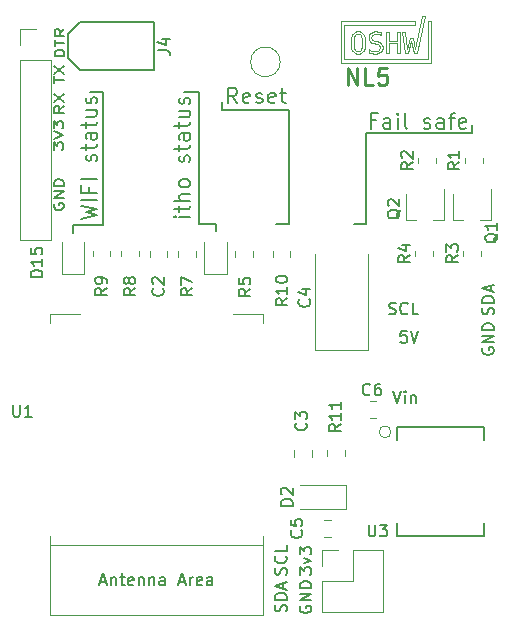
<source format=gto>
G04 #@! TF.GenerationSoftware,KiCad,Pcbnew,7.0.7*
G04 #@! TF.CreationDate,2023-09-22T23:03:23+02:00*
G04 #@! TF.ProjectId,ithowifi_4l,6974686f-7769-4666-995f-346c2e6b6963,rev?*
G04 #@! TF.SameCoordinates,Original*
G04 #@! TF.FileFunction,Legend,Top*
G04 #@! TF.FilePolarity,Positive*
%FSLAX46Y46*%
G04 Gerber Fmt 4.6, Leading zero omitted, Abs format (unit mm)*
G04 Created by KiCad (PCBNEW 7.0.7) date 2023-09-22 23:03:23*
%MOMM*%
%LPD*%
G01*
G04 APERTURE LIST*
%ADD10C,0.200000*%
%ADD11C,0.125000*%
%ADD12C,0.150000*%
%ADD13C,0.219726*%
%ADD14C,0.120000*%
G04 APERTURE END LIST*
D10*
X99568000Y-111760000D02*
X99568000Y-122936000D01*
X99568000Y-111760000D02*
X98298000Y-111760000D01*
X99568000Y-122936000D02*
X100965000Y-122936000D01*
X100965000Y-123571000D02*
X100965000Y-122936000D01*
X113665000Y-122936000D02*
X112649000Y-122936000D01*
X113665000Y-122936000D02*
X113665000Y-115252500D01*
X122682000Y-115252500D02*
X122682000Y-114617500D01*
X113665000Y-115252500D02*
X122682000Y-115252500D01*
X106045000Y-122936000D02*
X107188000Y-122936000D01*
X101473000Y-113284000D02*
X101473000Y-112649000D01*
X101473000Y-113284000D02*
X107188000Y-113284000D01*
X107188000Y-122936000D02*
X107188000Y-113284000D01*
X88900000Y-123063000D02*
X91440000Y-123063000D01*
D11*
X116768896Y-106703121D02*
X116768896Y-106703121D01*
X117040946Y-108525770D02*
X116768896Y-106703121D01*
X117274296Y-108525770D02*
X117040946Y-108525770D01*
X117520896Y-107442870D02*
X117274296Y-108525770D01*
X117768496Y-108525770D02*
X117520896Y-107442870D01*
X118001795Y-108525770D02*
X117768496Y-108525770D01*
X118690546Y-105348970D02*
X118001795Y-108525770D01*
X118450196Y-105348970D02*
X118690546Y-105348970D01*
X117858846Y-108185070D02*
X118450196Y-105348970D01*
X117648846Y-107203620D02*
X117858846Y-108185070D01*
X117391446Y-107203620D02*
X117648846Y-107203620D01*
X117183946Y-108182620D02*
X117391446Y-107203620D01*
X117009246Y-106703121D02*
X117183946Y-108182620D01*
X116768896Y-106703121D02*
X117009246Y-106703121D01*
X115431795Y-106703121D02*
X115431795Y-106703121D01*
X115431795Y-108525770D02*
X115431795Y-106703121D01*
X115679746Y-108525770D02*
X115431795Y-108525770D01*
X115679746Y-107657720D02*
X115679746Y-108525770D01*
X116354646Y-107657720D02*
X115679746Y-107657720D01*
X116354646Y-108525770D02*
X116354646Y-107657720D01*
X116602596Y-108525770D02*
X116354646Y-108525770D01*
X116602596Y-106703121D02*
X116602596Y-108525770D01*
X116354646Y-106703121D02*
X116602596Y-106703121D01*
X116354646Y-107450220D02*
X116354646Y-106703121D01*
X115679746Y-107450220D02*
X116354646Y-107450220D01*
X115679746Y-106703121D02*
X115679746Y-107450220D01*
X115431795Y-106703121D02*
X115679746Y-106703121D01*
X114996431Y-106765820D02*
X114996431Y-106765520D01*
X114975001Y-106757670D02*
X114996431Y-106765820D01*
X114771546Y-106698820D02*
X114975001Y-106757670D01*
X114752281Y-106695020D02*
X114771546Y-106698820D01*
X114732756Y-106690921D02*
X114752281Y-106695020D01*
X114586541Y-106670570D02*
X114732756Y-106690921D01*
X114531476Y-106670570D02*
X114586541Y-106670570D01*
X114469896Y-106670570D02*
X114531476Y-106670570D01*
X114285976Y-106707220D02*
X114469896Y-106670570D01*
X114121861Y-106793470D02*
X114285976Y-106707220D01*
X114094466Y-106818170D02*
X114121861Y-106793470D01*
X114067066Y-106842570D02*
X114094466Y-106818170D01*
X113971580Y-106989070D02*
X114067066Y-106842570D01*
X113930885Y-107153720D02*
X113971580Y-106989070D01*
X113930885Y-107208770D02*
X113930885Y-107153720D01*
X113930885Y-107252470D02*
X113930885Y-107208770D01*
X113959376Y-107384020D02*
X113930885Y-107252470D01*
X114026376Y-107500670D02*
X113959376Y-107384020D01*
X114045636Y-107520220D02*
X114026376Y-107500670D01*
X114064626Y-107539470D02*
X114045636Y-107520220D01*
X114195101Y-107621370D02*
X114064626Y-107539470D01*
X114371971Y-107683770D02*
X114195101Y-107621370D01*
X114414291Y-107693270D02*
X114371971Y-107683770D01*
X114545851Y-107723920D02*
X114414291Y-107693270D01*
X114575151Y-107730420D02*
X114545851Y-107723920D01*
X114696136Y-107771121D02*
X114575151Y-107730420D01*
X114781851Y-107822670D02*
X114696136Y-107771121D01*
X114793791Y-107834870D02*
X114781851Y-107822670D01*
X114805726Y-107846820D02*
X114793791Y-107834870D01*
X114865681Y-107991370D02*
X114805726Y-107846820D01*
X114865681Y-108043720D02*
X114865681Y-107991370D01*
X114865681Y-108077120D02*
X114865681Y-108043720D01*
X114839636Y-108177220D02*
X114865681Y-108077120D01*
X114779146Y-108264020D02*
X114839636Y-108177220D01*
X114762056Y-108278120D02*
X114779146Y-108264020D01*
X114744691Y-108291970D02*
X114762056Y-108278120D01*
X114637541Y-108340220D02*
X114744691Y-108291970D01*
X114513026Y-108361120D02*
X114637541Y-108340220D01*
X114471526Y-108361120D02*
X114513026Y-108361120D01*
X114413471Y-108361120D02*
X114471526Y-108361120D01*
X114239591Y-108326420D02*
X114413471Y-108361120D01*
X114218706Y-108319620D02*
X114239591Y-108326420D01*
X114197816Y-108312571D02*
X114218706Y-108319620D01*
X113977275Y-108203771D02*
X114197816Y-108312571D01*
X113953951Y-108189120D02*
X113977275Y-108203771D01*
X113953951Y-108451470D02*
X113953951Y-108189120D01*
X113975651Y-108460420D02*
X113953951Y-108451470D01*
X114192116Y-108528770D02*
X113975651Y-108460420D01*
X114213816Y-108533370D02*
X114192116Y-108528770D01*
X114235251Y-108537970D02*
X114213816Y-108533370D01*
X114406966Y-108561320D02*
X114235251Y-108537970D01*
X114471526Y-108561320D02*
X114406966Y-108561320D01*
X114539066Y-108561320D02*
X114471526Y-108561320D01*
X114742521Y-108527121D02*
X114539066Y-108561320D01*
X114913421Y-108447370D02*
X114742521Y-108527121D01*
X114940276Y-108424620D02*
X114913421Y-108447370D01*
X114967131Y-108401820D02*
X114940276Y-108424620D01*
X115060991Y-108256970D02*
X114967131Y-108401820D01*
X115101411Y-108085220D02*
X115060991Y-108256970D01*
X115101411Y-108028020D02*
X115101411Y-108085220D01*
X115101411Y-107978371D02*
X115101411Y-108028020D01*
X115072111Y-107830270D02*
X115101411Y-107978371D01*
X115003751Y-107700070D02*
X115072111Y-107830270D01*
X114984221Y-107678870D02*
X115003751Y-107700070D01*
X114964686Y-107657470D02*
X114984221Y-107678870D01*
X114832041Y-107567670D02*
X114964686Y-107657470D01*
X114653276Y-107500670D02*
X114832041Y-107567670D01*
X114610686Y-107490920D02*
X114653276Y-107500670D01*
X114481291Y-107461620D02*
X114610686Y-107490920D01*
X114450911Y-107454270D02*
X114481291Y-107461620D01*
X114243385Y-107365870D02*
X114450911Y-107454270D01*
X114232271Y-107355270D02*
X114243385Y-107365870D01*
X114221146Y-107344670D02*
X114232271Y-107355270D01*
X114166346Y-107216920D02*
X114221146Y-107344670D01*
X114166346Y-107170820D02*
X114166346Y-107216920D01*
X114166346Y-107139870D02*
X114166346Y-107170820D01*
X114191576Y-107047120D02*
X114166346Y-107139870D01*
X114250716Y-106965720D02*
X114191576Y-107047120D01*
X114267806Y-106952421D02*
X114250716Y-106965720D01*
X114284626Y-106938620D02*
X114267806Y-106952421D01*
X114387431Y-106891120D02*
X114284626Y-106938620D01*
X114514386Y-106870520D02*
X114387431Y-106891120D01*
X114543681Y-106870520D02*
X114514386Y-106870520D01*
X114562671Y-106870520D02*
X114543681Y-106870520D01*
X114752011Y-106900920D02*
X114562671Y-106870520D01*
X114770736Y-106907120D02*
X114752011Y-106900920D01*
X114789451Y-106913120D02*
X114770736Y-106907120D01*
X114977706Y-107003720D02*
X114789451Y-106913120D01*
X114996431Y-107015920D02*
X114977706Y-107003720D01*
X114996431Y-106765520D02*
X114996431Y-107015920D01*
X113619201Y-107616221D02*
X113619201Y-107616221D01*
X113619201Y-107512070D02*
X113619201Y-107616221D01*
X113581225Y-107199570D02*
X113619201Y-107512070D01*
X113493061Y-106943470D02*
X113581225Y-107199570D01*
X113467841Y-106904420D02*
X113493061Y-106943470D01*
X113442611Y-106865370D02*
X113467841Y-106904420D01*
X113277951Y-106728620D02*
X113442611Y-106865370D01*
X113076125Y-106670020D02*
X113277951Y-106728620D01*
X113008851Y-106670020D02*
X113076125Y-106670020D01*
X112941576Y-106670020D02*
X113008851Y-106670020D01*
X112740296Y-106728620D02*
X112941576Y-106670020D01*
X112575096Y-106865370D02*
X112740296Y-106728620D01*
X112549866Y-106904420D02*
X112575096Y-106865370D01*
X112524636Y-106943470D02*
X112549866Y-106904420D01*
X112437021Y-107199570D02*
X112524636Y-106943470D01*
X112399581Y-107512070D02*
X112437021Y-107199570D01*
X112399581Y-107616221D02*
X112399581Y-107512070D01*
X112399581Y-107720370D02*
X112399581Y-107616221D01*
X112437021Y-108033170D02*
X112399581Y-107720370D01*
X112524636Y-108288671D02*
X112437021Y-108033170D01*
X112549866Y-108327770D02*
X112524636Y-108288671D01*
X112574826Y-108366570D02*
X112549866Y-108327770D01*
X112739486Y-108502470D02*
X112574826Y-108366570D01*
X112941306Y-108561070D02*
X112739486Y-108502470D01*
X113008851Y-108561070D02*
X112941306Y-108561070D01*
X113076125Y-108561070D02*
X113008851Y-108561070D01*
X113277951Y-108502470D02*
X113076125Y-108561070D01*
X113442611Y-108365720D02*
X113277951Y-108502470D01*
X113467841Y-108326670D02*
X113442611Y-108365720D01*
X113493061Y-108287620D02*
X113467841Y-108326670D01*
X113581225Y-108031820D02*
X113493061Y-108287620D01*
X113619201Y-107720120D02*
X113581225Y-108031820D01*
X113619201Y-107616221D02*
X113619201Y-107720120D01*
X113361501Y-107616221D02*
X113361501Y-107616221D01*
X113361501Y-107702220D02*
X113361501Y-107616221D01*
X113340611Y-107960470D02*
X113361501Y-107702220D01*
X113292326Y-108161220D02*
X113340611Y-107960470D01*
X113278491Y-108189970D02*
X113292326Y-108161220D01*
X113264656Y-108218420D02*
X113278491Y-108189970D01*
X113169986Y-108317970D02*
X113264656Y-108218420D01*
X113049001Y-108360871D02*
X113169986Y-108317970D01*
X113008851Y-108360871D02*
X113049001Y-108360871D01*
X112968431Y-108360871D02*
X113008851Y-108360871D01*
X112847721Y-108317720D02*
X112968431Y-108360871D01*
X112752775Y-108217070D02*
X112847721Y-108317720D01*
X112738941Y-108188620D02*
X112752775Y-108217070D01*
X112725101Y-108159870D02*
X112738941Y-108188620D01*
X112677631Y-107959370D02*
X112725101Y-108159870D01*
X112657291Y-107701971D02*
X112677631Y-107959370D01*
X112657291Y-107616221D02*
X112657291Y-107701971D01*
X112657291Y-107529970D02*
X112657291Y-107616221D01*
X112677631Y-107271970D02*
X112657291Y-107529970D01*
X112725101Y-107070970D02*
X112677631Y-107271970D01*
X112738941Y-107042470D02*
X112725101Y-107070970D01*
X112752775Y-107013720D02*
X112738941Y-107042470D01*
X112847721Y-106913120D02*
X112752775Y-107013720D01*
X111558386Y-105805820D02*
X111558386Y-109350710D01*
X119243946Y-105805820D02*
X118937946Y-105805820D01*
X119243946Y-109350710D02*
X119243946Y-105805820D01*
X112968431Y-106870221D02*
X112847721Y-106913120D01*
X113008851Y-106870221D02*
X112968431Y-106870221D01*
X113049001Y-106870221D02*
X113008851Y-106870221D01*
X113169986Y-106913120D02*
X113049001Y-106870221D01*
X113264656Y-107013720D02*
X113169986Y-106913120D01*
X113278491Y-107042470D02*
X113264656Y-107013720D01*
X111870886Y-106118320D02*
X117878096Y-106118320D01*
X111870886Y-109038210D02*
X111870886Y-106118320D01*
X111558386Y-109350710D02*
X119243946Y-109350710D01*
X118931446Y-109038210D02*
X111870886Y-109038210D01*
X118937946Y-105805820D02*
X118931446Y-109038210D01*
X117878096Y-105805820D02*
X111558386Y-105805820D01*
X117878096Y-106118320D02*
X117878096Y-105805820D01*
X113292326Y-107070970D02*
X113278491Y-107042470D01*
X113340611Y-107271970D02*
X113292326Y-107070970D01*
X113361501Y-107529970D02*
X113340611Y-107271970D01*
X113361501Y-107616221D02*
X113361501Y-107529970D01*
X111558386Y-105805820D02*
X111558386Y-105805820D01*
D10*
X90360500Y-111760000D02*
X91440000Y-111760000D01*
X88900000Y-123698000D02*
X88900000Y-123063000D01*
X91440000Y-111760000D02*
X91440000Y-123063000D01*
D12*
X115649524Y-130582200D02*
X115792381Y-130629819D01*
X115792381Y-130629819D02*
X116030476Y-130629819D01*
X116030476Y-130629819D02*
X116125714Y-130582200D01*
X116125714Y-130582200D02*
X116173333Y-130534580D01*
X116173333Y-130534580D02*
X116220952Y-130439342D01*
X116220952Y-130439342D02*
X116220952Y-130344104D01*
X116220952Y-130344104D02*
X116173333Y-130248866D01*
X116173333Y-130248866D02*
X116125714Y-130201247D01*
X116125714Y-130201247D02*
X116030476Y-130153628D01*
X116030476Y-130153628D02*
X115840000Y-130106009D01*
X115840000Y-130106009D02*
X115744762Y-130058390D01*
X115744762Y-130058390D02*
X115697143Y-130010771D01*
X115697143Y-130010771D02*
X115649524Y-129915533D01*
X115649524Y-129915533D02*
X115649524Y-129820295D01*
X115649524Y-129820295D02*
X115697143Y-129725057D01*
X115697143Y-129725057D02*
X115744762Y-129677438D01*
X115744762Y-129677438D02*
X115840000Y-129629819D01*
X115840000Y-129629819D02*
X116078095Y-129629819D01*
X116078095Y-129629819D02*
X116220952Y-129677438D01*
X117220952Y-130534580D02*
X117173333Y-130582200D01*
X117173333Y-130582200D02*
X117030476Y-130629819D01*
X117030476Y-130629819D02*
X116935238Y-130629819D01*
X116935238Y-130629819D02*
X116792381Y-130582200D01*
X116792381Y-130582200D02*
X116697143Y-130486961D01*
X116697143Y-130486961D02*
X116649524Y-130391723D01*
X116649524Y-130391723D02*
X116601905Y-130201247D01*
X116601905Y-130201247D02*
X116601905Y-130058390D01*
X116601905Y-130058390D02*
X116649524Y-129867914D01*
X116649524Y-129867914D02*
X116697143Y-129772676D01*
X116697143Y-129772676D02*
X116792381Y-129677438D01*
X116792381Y-129677438D02*
X116935238Y-129629819D01*
X116935238Y-129629819D02*
X117030476Y-129629819D01*
X117030476Y-129629819D02*
X117173333Y-129677438D01*
X117173333Y-129677438D02*
X117220952Y-129725057D01*
X118125714Y-130629819D02*
X117649524Y-130629819D01*
X117649524Y-130629819D02*
X117649524Y-129629819D01*
X87319295Y-111048704D02*
X87319295Y-110477276D01*
X88119295Y-110762990D02*
X87319295Y-110762990D01*
X87319295Y-110239180D02*
X88119295Y-109572514D01*
X87319295Y-109572514D02*
X88119295Y-110239180D01*
X87268495Y-116681094D02*
X87268495Y-116062047D01*
X87268495Y-116062047D02*
X87573257Y-116395380D01*
X87573257Y-116395380D02*
X87573257Y-116252523D01*
X87573257Y-116252523D02*
X87611352Y-116157285D01*
X87611352Y-116157285D02*
X87649447Y-116109666D01*
X87649447Y-116109666D02*
X87725638Y-116062047D01*
X87725638Y-116062047D02*
X87916114Y-116062047D01*
X87916114Y-116062047D02*
X87992304Y-116109666D01*
X87992304Y-116109666D02*
X88030400Y-116157285D01*
X88030400Y-116157285D02*
X88068495Y-116252523D01*
X88068495Y-116252523D02*
X88068495Y-116538237D01*
X88068495Y-116538237D02*
X88030400Y-116633475D01*
X88030400Y-116633475D02*
X87992304Y-116681094D01*
X87268495Y-115776332D02*
X88068495Y-115442999D01*
X88068495Y-115442999D02*
X87268495Y-115109666D01*
X87268495Y-114871570D02*
X87268495Y-114252523D01*
X87268495Y-114252523D02*
X87573257Y-114585856D01*
X87573257Y-114585856D02*
X87573257Y-114442999D01*
X87573257Y-114442999D02*
X87611352Y-114347761D01*
X87611352Y-114347761D02*
X87649447Y-114300142D01*
X87649447Y-114300142D02*
X87725638Y-114252523D01*
X87725638Y-114252523D02*
X87916114Y-114252523D01*
X87916114Y-114252523D02*
X87992304Y-114300142D01*
X87992304Y-114300142D02*
X88030400Y-114347761D01*
X88030400Y-114347761D02*
X88068495Y-114442999D01*
X88068495Y-114442999D02*
X88068495Y-114728713D01*
X88068495Y-114728713D02*
X88030400Y-114823951D01*
X88030400Y-114823951D02*
X87992304Y-114871570D01*
X87331990Y-121259504D02*
X87293895Y-121354742D01*
X87293895Y-121354742D02*
X87293895Y-121497599D01*
X87293895Y-121497599D02*
X87331990Y-121640456D01*
X87331990Y-121640456D02*
X87408180Y-121735694D01*
X87408180Y-121735694D02*
X87484371Y-121783313D01*
X87484371Y-121783313D02*
X87636752Y-121830932D01*
X87636752Y-121830932D02*
X87751038Y-121830932D01*
X87751038Y-121830932D02*
X87903419Y-121783313D01*
X87903419Y-121783313D02*
X87979609Y-121735694D01*
X87979609Y-121735694D02*
X88055800Y-121640456D01*
X88055800Y-121640456D02*
X88093895Y-121497599D01*
X88093895Y-121497599D02*
X88093895Y-121402361D01*
X88093895Y-121402361D02*
X88055800Y-121259504D01*
X88055800Y-121259504D02*
X88017704Y-121211885D01*
X88017704Y-121211885D02*
X87751038Y-121211885D01*
X87751038Y-121211885D02*
X87751038Y-121402361D01*
X88093895Y-120783313D02*
X87293895Y-120783313D01*
X87293895Y-120783313D02*
X88093895Y-120211885D01*
X88093895Y-120211885D02*
X87293895Y-120211885D01*
X88093895Y-119735694D02*
X87293895Y-119735694D01*
X87293895Y-119735694D02*
X87293895Y-119497599D01*
X87293895Y-119497599D02*
X87331990Y-119354742D01*
X87331990Y-119354742D02*
X87408180Y-119259504D01*
X87408180Y-119259504D02*
X87484371Y-119211885D01*
X87484371Y-119211885D02*
X87636752Y-119164266D01*
X87636752Y-119164266D02*
X87751038Y-119164266D01*
X87751038Y-119164266D02*
X87903419Y-119211885D01*
X87903419Y-119211885D02*
X87979609Y-119259504D01*
X87979609Y-119259504D02*
X88055800Y-119354742D01*
X88055800Y-119354742D02*
X88093895Y-119497599D01*
X88093895Y-119497599D02*
X88093895Y-119735694D01*
X88093895Y-112968066D02*
X87712942Y-113301399D01*
X88093895Y-113539494D02*
X87293895Y-113539494D01*
X87293895Y-113539494D02*
X87293895Y-113158542D01*
X87293895Y-113158542D02*
X87331990Y-113063304D01*
X87331990Y-113063304D02*
X87370085Y-113015685D01*
X87370085Y-113015685D02*
X87446276Y-112968066D01*
X87446276Y-112968066D02*
X87560561Y-112968066D01*
X87560561Y-112968066D02*
X87636752Y-113015685D01*
X87636752Y-113015685D02*
X87674847Y-113063304D01*
X87674847Y-113063304D02*
X87712942Y-113158542D01*
X87712942Y-113158542D02*
X87712942Y-113539494D01*
X87293895Y-112634732D02*
X88093895Y-111968066D01*
X87293895Y-111968066D02*
X88093895Y-112634732D01*
X106939200Y-152658475D02*
X106986819Y-152515618D01*
X106986819Y-152515618D02*
X106986819Y-152277523D01*
X106986819Y-152277523D02*
X106939200Y-152182285D01*
X106939200Y-152182285D02*
X106891580Y-152134666D01*
X106891580Y-152134666D02*
X106796342Y-152087047D01*
X106796342Y-152087047D02*
X106701104Y-152087047D01*
X106701104Y-152087047D02*
X106605866Y-152134666D01*
X106605866Y-152134666D02*
X106558247Y-152182285D01*
X106558247Y-152182285D02*
X106510628Y-152277523D01*
X106510628Y-152277523D02*
X106463009Y-152467999D01*
X106463009Y-152467999D02*
X106415390Y-152563237D01*
X106415390Y-152563237D02*
X106367771Y-152610856D01*
X106367771Y-152610856D02*
X106272533Y-152658475D01*
X106272533Y-152658475D02*
X106177295Y-152658475D01*
X106177295Y-152658475D02*
X106082057Y-152610856D01*
X106082057Y-152610856D02*
X106034438Y-152563237D01*
X106034438Y-152563237D02*
X105986819Y-152467999D01*
X105986819Y-152467999D02*
X105986819Y-152229904D01*
X105986819Y-152229904D02*
X106034438Y-152087047D01*
X106891580Y-151087047D02*
X106939200Y-151134666D01*
X106939200Y-151134666D02*
X106986819Y-151277523D01*
X106986819Y-151277523D02*
X106986819Y-151372761D01*
X106986819Y-151372761D02*
X106939200Y-151515618D01*
X106939200Y-151515618D02*
X106843961Y-151610856D01*
X106843961Y-151610856D02*
X106748723Y-151658475D01*
X106748723Y-151658475D02*
X106558247Y-151706094D01*
X106558247Y-151706094D02*
X106415390Y-151706094D01*
X106415390Y-151706094D02*
X106224914Y-151658475D01*
X106224914Y-151658475D02*
X106129676Y-151610856D01*
X106129676Y-151610856D02*
X106034438Y-151515618D01*
X106034438Y-151515618D02*
X105986819Y-151372761D01*
X105986819Y-151372761D02*
X105986819Y-151277523D01*
X105986819Y-151277523D02*
X106034438Y-151134666D01*
X106034438Y-151134666D02*
X106082057Y-151087047D01*
X106986819Y-150182285D02*
X106986819Y-150658475D01*
X106986819Y-150658475D02*
X105986819Y-150658475D01*
X106939200Y-155782285D02*
X106986819Y-155639428D01*
X106986819Y-155639428D02*
X106986819Y-155401333D01*
X106986819Y-155401333D02*
X106939200Y-155306095D01*
X106939200Y-155306095D02*
X106891580Y-155258476D01*
X106891580Y-155258476D02*
X106796342Y-155210857D01*
X106796342Y-155210857D02*
X106701104Y-155210857D01*
X106701104Y-155210857D02*
X106605866Y-155258476D01*
X106605866Y-155258476D02*
X106558247Y-155306095D01*
X106558247Y-155306095D02*
X106510628Y-155401333D01*
X106510628Y-155401333D02*
X106463009Y-155591809D01*
X106463009Y-155591809D02*
X106415390Y-155687047D01*
X106415390Y-155687047D02*
X106367771Y-155734666D01*
X106367771Y-155734666D02*
X106272533Y-155782285D01*
X106272533Y-155782285D02*
X106177295Y-155782285D01*
X106177295Y-155782285D02*
X106082057Y-155734666D01*
X106082057Y-155734666D02*
X106034438Y-155687047D01*
X106034438Y-155687047D02*
X105986819Y-155591809D01*
X105986819Y-155591809D02*
X105986819Y-155353714D01*
X105986819Y-155353714D02*
X106034438Y-155210857D01*
X106986819Y-154782285D02*
X105986819Y-154782285D01*
X105986819Y-154782285D02*
X105986819Y-154544190D01*
X105986819Y-154544190D02*
X106034438Y-154401333D01*
X106034438Y-154401333D02*
X106129676Y-154306095D01*
X106129676Y-154306095D02*
X106224914Y-154258476D01*
X106224914Y-154258476D02*
X106415390Y-154210857D01*
X106415390Y-154210857D02*
X106558247Y-154210857D01*
X106558247Y-154210857D02*
X106748723Y-154258476D01*
X106748723Y-154258476D02*
X106843961Y-154306095D01*
X106843961Y-154306095D02*
X106939200Y-154401333D01*
X106939200Y-154401333D02*
X106986819Y-154544190D01*
X106986819Y-154544190D02*
X106986819Y-154782285D01*
X106701104Y-153829904D02*
X106701104Y-153353714D01*
X106986819Y-153925142D02*
X105986819Y-153591809D01*
X105986819Y-153591809D02*
X106986819Y-153258476D01*
X108134438Y-155329904D02*
X108086819Y-155425142D01*
X108086819Y-155425142D02*
X108086819Y-155567999D01*
X108086819Y-155567999D02*
X108134438Y-155710856D01*
X108134438Y-155710856D02*
X108229676Y-155806094D01*
X108229676Y-155806094D02*
X108324914Y-155853713D01*
X108324914Y-155853713D02*
X108515390Y-155901332D01*
X108515390Y-155901332D02*
X108658247Y-155901332D01*
X108658247Y-155901332D02*
X108848723Y-155853713D01*
X108848723Y-155853713D02*
X108943961Y-155806094D01*
X108943961Y-155806094D02*
X109039200Y-155710856D01*
X109039200Y-155710856D02*
X109086819Y-155567999D01*
X109086819Y-155567999D02*
X109086819Y-155472761D01*
X109086819Y-155472761D02*
X109039200Y-155329904D01*
X109039200Y-155329904D02*
X108991580Y-155282285D01*
X108991580Y-155282285D02*
X108658247Y-155282285D01*
X108658247Y-155282285D02*
X108658247Y-155472761D01*
X109086819Y-154853713D02*
X108086819Y-154853713D01*
X108086819Y-154853713D02*
X109086819Y-154282285D01*
X109086819Y-154282285D02*
X108086819Y-154282285D01*
X109086819Y-153806094D02*
X108086819Y-153806094D01*
X108086819Y-153806094D02*
X108086819Y-153567999D01*
X108086819Y-153567999D02*
X108134438Y-153425142D01*
X108134438Y-153425142D02*
X108229676Y-153329904D01*
X108229676Y-153329904D02*
X108324914Y-153282285D01*
X108324914Y-153282285D02*
X108515390Y-153234666D01*
X108515390Y-153234666D02*
X108658247Y-153234666D01*
X108658247Y-153234666D02*
X108848723Y-153282285D01*
X108848723Y-153282285D02*
X108943961Y-153329904D01*
X108943961Y-153329904D02*
X109039200Y-153425142D01*
X109039200Y-153425142D02*
X109086819Y-153567999D01*
X109086819Y-153567999D02*
X109086819Y-153806094D01*
X108086819Y-152658475D02*
X108086819Y-152039428D01*
X108086819Y-152039428D02*
X108467771Y-152372761D01*
X108467771Y-152372761D02*
X108467771Y-152229904D01*
X108467771Y-152229904D02*
X108515390Y-152134666D01*
X108515390Y-152134666D02*
X108563009Y-152087047D01*
X108563009Y-152087047D02*
X108658247Y-152039428D01*
X108658247Y-152039428D02*
X108896342Y-152039428D01*
X108896342Y-152039428D02*
X108991580Y-152087047D01*
X108991580Y-152087047D02*
X109039200Y-152134666D01*
X109039200Y-152134666D02*
X109086819Y-152229904D01*
X109086819Y-152229904D02*
X109086819Y-152515618D01*
X109086819Y-152515618D02*
X109039200Y-152610856D01*
X109039200Y-152610856D02*
X108991580Y-152658475D01*
X108420152Y-151706094D02*
X109086819Y-151467999D01*
X109086819Y-151467999D02*
X108420152Y-151229904D01*
X108086819Y-150944189D02*
X108086819Y-150325142D01*
X108086819Y-150325142D02*
X108467771Y-150658475D01*
X108467771Y-150658475D02*
X108467771Y-150515618D01*
X108467771Y-150515618D02*
X108515390Y-150420380D01*
X108515390Y-150420380D02*
X108563009Y-150372761D01*
X108563009Y-150372761D02*
X108658247Y-150325142D01*
X108658247Y-150325142D02*
X108896342Y-150325142D01*
X108896342Y-150325142D02*
X108991580Y-150372761D01*
X108991580Y-150372761D02*
X109039200Y-150420380D01*
X109039200Y-150420380D02*
X109086819Y-150515618D01*
X109086819Y-150515618D02*
X109086819Y-150801332D01*
X109086819Y-150801332D02*
X109039200Y-150896570D01*
X109039200Y-150896570D02*
X108991580Y-150944189D01*
X117141523Y-132022819D02*
X116665333Y-132022819D01*
X116665333Y-132022819D02*
X116617714Y-132499009D01*
X116617714Y-132499009D02*
X116665333Y-132451390D01*
X116665333Y-132451390D02*
X116760571Y-132403771D01*
X116760571Y-132403771D02*
X116998666Y-132403771D01*
X116998666Y-132403771D02*
X117093904Y-132451390D01*
X117093904Y-132451390D02*
X117141523Y-132499009D01*
X117141523Y-132499009D02*
X117189142Y-132594247D01*
X117189142Y-132594247D02*
X117189142Y-132832342D01*
X117189142Y-132832342D02*
X117141523Y-132927580D01*
X117141523Y-132927580D02*
X117093904Y-132975200D01*
X117093904Y-132975200D02*
X116998666Y-133022819D01*
X116998666Y-133022819D02*
X116760571Y-133022819D01*
X116760571Y-133022819D02*
X116665333Y-132975200D01*
X116665333Y-132975200D02*
X116617714Y-132927580D01*
X117474857Y-132022819D02*
X117808190Y-133022819D01*
X117808190Y-133022819D02*
X118141523Y-132022819D01*
X86306819Y-127452285D02*
X85306819Y-127452285D01*
X85306819Y-127452285D02*
X85306819Y-127214190D01*
X85306819Y-127214190D02*
X85354438Y-127071333D01*
X85354438Y-127071333D02*
X85449676Y-126976095D01*
X85449676Y-126976095D02*
X85544914Y-126928476D01*
X85544914Y-126928476D02*
X85735390Y-126880857D01*
X85735390Y-126880857D02*
X85878247Y-126880857D01*
X85878247Y-126880857D02*
X86068723Y-126928476D01*
X86068723Y-126928476D02*
X86163961Y-126976095D01*
X86163961Y-126976095D02*
X86259200Y-127071333D01*
X86259200Y-127071333D02*
X86306819Y-127214190D01*
X86306819Y-127214190D02*
X86306819Y-127452285D01*
X86306819Y-125928476D02*
X86306819Y-126499904D01*
X86306819Y-126214190D02*
X85306819Y-126214190D01*
X85306819Y-126214190D02*
X85449676Y-126309428D01*
X85449676Y-126309428D02*
X85544914Y-126404666D01*
X85544914Y-126404666D02*
X85592533Y-126499904D01*
X85306819Y-125023714D02*
X85306819Y-125499904D01*
X85306819Y-125499904D02*
X85783009Y-125547523D01*
X85783009Y-125547523D02*
X85735390Y-125499904D01*
X85735390Y-125499904D02*
X85687771Y-125404666D01*
X85687771Y-125404666D02*
X85687771Y-125166571D01*
X85687771Y-125166571D02*
X85735390Y-125071333D01*
X85735390Y-125071333D02*
X85783009Y-125023714D01*
X85783009Y-125023714D02*
X85878247Y-124976095D01*
X85878247Y-124976095D02*
X86116342Y-124976095D01*
X86116342Y-124976095D02*
X86211580Y-125023714D01*
X86211580Y-125023714D02*
X86259200Y-125071333D01*
X86259200Y-125071333D02*
X86306819Y-125166571D01*
X86306819Y-125166571D02*
X86306819Y-125404666D01*
X86306819Y-125404666D02*
X86259200Y-125499904D01*
X86259200Y-125499904D02*
X86211580Y-125547523D01*
D13*
X112174389Y-111196240D02*
X112174389Y-109796240D01*
X112174389Y-109796240D02*
X112974389Y-111196240D01*
X112974389Y-111196240D02*
X112974389Y-109796240D01*
X114307723Y-111196240D02*
X113641056Y-111196240D01*
X113641056Y-111196240D02*
X113641056Y-109796240D01*
X115441056Y-109796240D02*
X114774389Y-109796240D01*
X114774389Y-109796240D02*
X114707722Y-110462907D01*
X114707722Y-110462907D02*
X114774389Y-110396240D01*
X114774389Y-110396240D02*
X114907722Y-110329574D01*
X114907722Y-110329574D02*
X115241056Y-110329574D01*
X115241056Y-110329574D02*
X115374389Y-110396240D01*
X115374389Y-110396240D02*
X115441056Y-110462907D01*
X115441056Y-110462907D02*
X115507722Y-110596240D01*
X115507722Y-110596240D02*
X115507722Y-110929574D01*
X115507722Y-110929574D02*
X115441056Y-111062907D01*
X115441056Y-111062907D02*
X115374389Y-111129574D01*
X115374389Y-111129574D02*
X115241056Y-111196240D01*
X115241056Y-111196240D02*
X114907722Y-111196240D01*
X114907722Y-111196240D02*
X114774389Y-111129574D01*
X114774389Y-111129574D02*
X114707722Y-111062907D01*
D12*
X116008191Y-137122819D02*
X116341524Y-138122819D01*
X116341524Y-138122819D02*
X116674857Y-137122819D01*
X117008191Y-138122819D02*
X117008191Y-137456152D01*
X117008191Y-137122819D02*
X116960572Y-137170438D01*
X116960572Y-137170438D02*
X117008191Y-137218057D01*
X117008191Y-137218057D02*
X117055810Y-137170438D01*
X117055810Y-137170438D02*
X117008191Y-137122819D01*
X117008191Y-137122819D02*
X117008191Y-137218057D01*
X117484381Y-137456152D02*
X117484381Y-138122819D01*
X117484381Y-137551390D02*
X117532000Y-137503771D01*
X117532000Y-137503771D02*
X117627238Y-137456152D01*
X117627238Y-137456152D02*
X117770095Y-137456152D01*
X117770095Y-137456152D02*
X117865333Y-137503771D01*
X117865333Y-137503771D02*
X117912952Y-137599009D01*
X117912952Y-137599009D02*
X117912952Y-138122819D01*
X123581438Y-133476904D02*
X123533819Y-133572142D01*
X123533819Y-133572142D02*
X123533819Y-133714999D01*
X123533819Y-133714999D02*
X123581438Y-133857856D01*
X123581438Y-133857856D02*
X123676676Y-133953094D01*
X123676676Y-133953094D02*
X123771914Y-134000713D01*
X123771914Y-134000713D02*
X123962390Y-134048332D01*
X123962390Y-134048332D02*
X124105247Y-134048332D01*
X124105247Y-134048332D02*
X124295723Y-134000713D01*
X124295723Y-134000713D02*
X124390961Y-133953094D01*
X124390961Y-133953094D02*
X124486200Y-133857856D01*
X124486200Y-133857856D02*
X124533819Y-133714999D01*
X124533819Y-133714999D02*
X124533819Y-133619761D01*
X124533819Y-133619761D02*
X124486200Y-133476904D01*
X124486200Y-133476904D02*
X124438580Y-133429285D01*
X124438580Y-133429285D02*
X124105247Y-133429285D01*
X124105247Y-133429285D02*
X124105247Y-133619761D01*
X124533819Y-133000713D02*
X123533819Y-133000713D01*
X123533819Y-133000713D02*
X124533819Y-132429285D01*
X124533819Y-132429285D02*
X123533819Y-132429285D01*
X124533819Y-131953094D02*
X123533819Y-131953094D01*
X123533819Y-131953094D02*
X123533819Y-131714999D01*
X123533819Y-131714999D02*
X123581438Y-131572142D01*
X123581438Y-131572142D02*
X123676676Y-131476904D01*
X123676676Y-131476904D02*
X123771914Y-131429285D01*
X123771914Y-131429285D02*
X123962390Y-131381666D01*
X123962390Y-131381666D02*
X124105247Y-131381666D01*
X124105247Y-131381666D02*
X124295723Y-131429285D01*
X124295723Y-131429285D02*
X124390961Y-131476904D01*
X124390961Y-131476904D02*
X124486200Y-131572142D01*
X124486200Y-131572142D02*
X124533819Y-131714999D01*
X124533819Y-131714999D02*
X124533819Y-131953094D01*
X124486200Y-130627285D02*
X124533819Y-130484428D01*
X124533819Y-130484428D02*
X124533819Y-130246333D01*
X124533819Y-130246333D02*
X124486200Y-130151095D01*
X124486200Y-130151095D02*
X124438580Y-130103476D01*
X124438580Y-130103476D02*
X124343342Y-130055857D01*
X124343342Y-130055857D02*
X124248104Y-130055857D01*
X124248104Y-130055857D02*
X124152866Y-130103476D01*
X124152866Y-130103476D02*
X124105247Y-130151095D01*
X124105247Y-130151095D02*
X124057628Y-130246333D01*
X124057628Y-130246333D02*
X124010009Y-130436809D01*
X124010009Y-130436809D02*
X123962390Y-130532047D01*
X123962390Y-130532047D02*
X123914771Y-130579666D01*
X123914771Y-130579666D02*
X123819533Y-130627285D01*
X123819533Y-130627285D02*
X123724295Y-130627285D01*
X123724295Y-130627285D02*
X123629057Y-130579666D01*
X123629057Y-130579666D02*
X123581438Y-130532047D01*
X123581438Y-130532047D02*
X123533819Y-130436809D01*
X123533819Y-130436809D02*
X123533819Y-130198714D01*
X123533819Y-130198714D02*
X123581438Y-130055857D01*
X124533819Y-129627285D02*
X123533819Y-129627285D01*
X123533819Y-129627285D02*
X123533819Y-129389190D01*
X123533819Y-129389190D02*
X123581438Y-129246333D01*
X123581438Y-129246333D02*
X123676676Y-129151095D01*
X123676676Y-129151095D02*
X123771914Y-129103476D01*
X123771914Y-129103476D02*
X123962390Y-129055857D01*
X123962390Y-129055857D02*
X124105247Y-129055857D01*
X124105247Y-129055857D02*
X124295723Y-129103476D01*
X124295723Y-129103476D02*
X124390961Y-129151095D01*
X124390961Y-129151095D02*
X124486200Y-129246333D01*
X124486200Y-129246333D02*
X124533819Y-129389190D01*
X124533819Y-129389190D02*
X124533819Y-129627285D01*
X124248104Y-128674904D02*
X124248104Y-128198714D01*
X124533819Y-128770142D02*
X123533819Y-128436809D01*
X123533819Y-128436809D02*
X124533819Y-128103476D01*
X88144695Y-108788056D02*
X87344695Y-108788056D01*
X87344695Y-108788056D02*
X87344695Y-108549961D01*
X87344695Y-108549961D02*
X87382790Y-108407104D01*
X87382790Y-108407104D02*
X87458980Y-108311866D01*
X87458980Y-108311866D02*
X87535171Y-108264247D01*
X87535171Y-108264247D02*
X87687552Y-108216628D01*
X87687552Y-108216628D02*
X87801838Y-108216628D01*
X87801838Y-108216628D02*
X87954219Y-108264247D01*
X87954219Y-108264247D02*
X88030409Y-108311866D01*
X88030409Y-108311866D02*
X88106600Y-108407104D01*
X88106600Y-108407104D02*
X88144695Y-108549961D01*
X88144695Y-108549961D02*
X88144695Y-108788056D01*
X87344695Y-107930913D02*
X87344695Y-107359485D01*
X88144695Y-107645199D02*
X87344695Y-107645199D01*
X88144695Y-106454723D02*
X87763742Y-106788056D01*
X88144695Y-107026151D02*
X87344695Y-107026151D01*
X87344695Y-107026151D02*
X87344695Y-106645199D01*
X87344695Y-106645199D02*
X87382790Y-106549961D01*
X87382790Y-106549961D02*
X87420885Y-106502342D01*
X87420885Y-106502342D02*
X87497076Y-106454723D01*
X87497076Y-106454723D02*
X87611361Y-106454723D01*
X87611361Y-106454723D02*
X87687552Y-106502342D01*
X87687552Y-106502342D02*
X87725647Y-106549961D01*
X87725647Y-106549961D02*
X87763742Y-106645199D01*
X87763742Y-106645199D02*
X87763742Y-107026151D01*
X116628057Y-121761238D02*
X116580438Y-121856476D01*
X116580438Y-121856476D02*
X116485200Y-121951714D01*
X116485200Y-121951714D02*
X116342342Y-122094571D01*
X116342342Y-122094571D02*
X116294723Y-122189809D01*
X116294723Y-122189809D02*
X116294723Y-122285047D01*
X116532819Y-122237428D02*
X116485200Y-122332666D01*
X116485200Y-122332666D02*
X116389961Y-122427904D01*
X116389961Y-122427904D02*
X116199485Y-122475523D01*
X116199485Y-122475523D02*
X115866152Y-122475523D01*
X115866152Y-122475523D02*
X115675676Y-122427904D01*
X115675676Y-122427904D02*
X115580438Y-122332666D01*
X115580438Y-122332666D02*
X115532819Y-122237428D01*
X115532819Y-122237428D02*
X115532819Y-122046952D01*
X115532819Y-122046952D02*
X115580438Y-121951714D01*
X115580438Y-121951714D02*
X115675676Y-121856476D01*
X115675676Y-121856476D02*
X115866152Y-121808857D01*
X115866152Y-121808857D02*
X116199485Y-121808857D01*
X116199485Y-121808857D02*
X116389961Y-121856476D01*
X116389961Y-121856476D02*
X116485200Y-121951714D01*
X116485200Y-121951714D02*
X116532819Y-122046952D01*
X116532819Y-122046952D02*
X116532819Y-122237428D01*
X115628057Y-121427904D02*
X115580438Y-121380285D01*
X115580438Y-121380285D02*
X115532819Y-121285047D01*
X115532819Y-121285047D02*
X115532819Y-121046952D01*
X115532819Y-121046952D02*
X115580438Y-120951714D01*
X115580438Y-120951714D02*
X115628057Y-120904095D01*
X115628057Y-120904095D02*
X115723295Y-120856476D01*
X115723295Y-120856476D02*
X115818533Y-120856476D01*
X115818533Y-120856476D02*
X115961390Y-120904095D01*
X115961390Y-120904095D02*
X116532819Y-121475523D01*
X116532819Y-121475523D02*
X116532819Y-120856476D01*
X117675819Y-117768666D02*
X117199628Y-118101999D01*
X117675819Y-118340094D02*
X116675819Y-118340094D01*
X116675819Y-118340094D02*
X116675819Y-117959142D01*
X116675819Y-117959142D02*
X116723438Y-117863904D01*
X116723438Y-117863904D02*
X116771057Y-117816285D01*
X116771057Y-117816285D02*
X116866295Y-117768666D01*
X116866295Y-117768666D02*
X117009152Y-117768666D01*
X117009152Y-117768666D02*
X117104390Y-117816285D01*
X117104390Y-117816285D02*
X117152009Y-117863904D01*
X117152009Y-117863904D02*
X117199628Y-117959142D01*
X117199628Y-117959142D02*
X117199628Y-118340094D01*
X116771057Y-117387713D02*
X116723438Y-117340094D01*
X116723438Y-117340094D02*
X116675819Y-117244856D01*
X116675819Y-117244856D02*
X116675819Y-117006761D01*
X116675819Y-117006761D02*
X116723438Y-116911523D01*
X116723438Y-116911523D02*
X116771057Y-116863904D01*
X116771057Y-116863904D02*
X116866295Y-116816285D01*
X116866295Y-116816285D02*
X116961533Y-116816285D01*
X116961533Y-116816285D02*
X117104390Y-116863904D01*
X117104390Y-116863904D02*
X117675819Y-117435332D01*
X117675819Y-117435332D02*
X117675819Y-116816285D01*
X83820095Y-138291219D02*
X83820095Y-139100742D01*
X83820095Y-139100742D02*
X83867714Y-139195980D01*
X83867714Y-139195980D02*
X83915333Y-139243600D01*
X83915333Y-139243600D02*
X84010571Y-139291219D01*
X84010571Y-139291219D02*
X84201047Y-139291219D01*
X84201047Y-139291219D02*
X84296285Y-139243600D01*
X84296285Y-139243600D02*
X84343904Y-139195980D01*
X84343904Y-139195980D02*
X84391523Y-139100742D01*
X84391523Y-139100742D02*
X84391523Y-138291219D01*
X85391523Y-139291219D02*
X84820095Y-139291219D01*
X85105809Y-139291219D02*
X85105809Y-138291219D01*
X85105809Y-138291219D02*
X85010571Y-138434076D01*
X85010571Y-138434076D02*
X84915333Y-138529314D01*
X84915333Y-138529314D02*
X84820095Y-138576933D01*
X91215694Y-153272704D02*
X91691884Y-153272704D01*
X91120456Y-153558419D02*
X91453789Y-152558419D01*
X91453789Y-152558419D02*
X91787122Y-153558419D01*
X92120456Y-152891752D02*
X92120456Y-153558419D01*
X92120456Y-152986990D02*
X92168075Y-152939371D01*
X92168075Y-152939371D02*
X92263313Y-152891752D01*
X92263313Y-152891752D02*
X92406170Y-152891752D01*
X92406170Y-152891752D02*
X92501408Y-152939371D01*
X92501408Y-152939371D02*
X92549027Y-153034609D01*
X92549027Y-153034609D02*
X92549027Y-153558419D01*
X92882361Y-152891752D02*
X93263313Y-152891752D01*
X93025218Y-152558419D02*
X93025218Y-153415561D01*
X93025218Y-153415561D02*
X93072837Y-153510800D01*
X93072837Y-153510800D02*
X93168075Y-153558419D01*
X93168075Y-153558419D02*
X93263313Y-153558419D01*
X93977599Y-153510800D02*
X93882361Y-153558419D01*
X93882361Y-153558419D02*
X93691885Y-153558419D01*
X93691885Y-153558419D02*
X93596647Y-153510800D01*
X93596647Y-153510800D02*
X93549028Y-153415561D01*
X93549028Y-153415561D02*
X93549028Y-153034609D01*
X93549028Y-153034609D02*
X93596647Y-152939371D01*
X93596647Y-152939371D02*
X93691885Y-152891752D01*
X93691885Y-152891752D02*
X93882361Y-152891752D01*
X93882361Y-152891752D02*
X93977599Y-152939371D01*
X93977599Y-152939371D02*
X94025218Y-153034609D01*
X94025218Y-153034609D02*
X94025218Y-153129847D01*
X94025218Y-153129847D02*
X93549028Y-153225085D01*
X94453790Y-152891752D02*
X94453790Y-153558419D01*
X94453790Y-152986990D02*
X94501409Y-152939371D01*
X94501409Y-152939371D02*
X94596647Y-152891752D01*
X94596647Y-152891752D02*
X94739504Y-152891752D01*
X94739504Y-152891752D02*
X94834742Y-152939371D01*
X94834742Y-152939371D02*
X94882361Y-153034609D01*
X94882361Y-153034609D02*
X94882361Y-153558419D01*
X95358552Y-152891752D02*
X95358552Y-153558419D01*
X95358552Y-152986990D02*
X95406171Y-152939371D01*
X95406171Y-152939371D02*
X95501409Y-152891752D01*
X95501409Y-152891752D02*
X95644266Y-152891752D01*
X95644266Y-152891752D02*
X95739504Y-152939371D01*
X95739504Y-152939371D02*
X95787123Y-153034609D01*
X95787123Y-153034609D02*
X95787123Y-153558419D01*
X96691885Y-153558419D02*
X96691885Y-153034609D01*
X96691885Y-153034609D02*
X96644266Y-152939371D01*
X96644266Y-152939371D02*
X96549028Y-152891752D01*
X96549028Y-152891752D02*
X96358552Y-152891752D01*
X96358552Y-152891752D02*
X96263314Y-152939371D01*
X96691885Y-153510800D02*
X96596647Y-153558419D01*
X96596647Y-153558419D02*
X96358552Y-153558419D01*
X96358552Y-153558419D02*
X96263314Y-153510800D01*
X96263314Y-153510800D02*
X96215695Y-153415561D01*
X96215695Y-153415561D02*
X96215695Y-153320323D01*
X96215695Y-153320323D02*
X96263314Y-153225085D01*
X96263314Y-153225085D02*
X96358552Y-153177466D01*
X96358552Y-153177466D02*
X96596647Y-153177466D01*
X96596647Y-153177466D02*
X96691885Y-153129847D01*
X97882362Y-153272704D02*
X98358552Y-153272704D01*
X97787124Y-153558419D02*
X98120457Y-152558419D01*
X98120457Y-152558419D02*
X98453790Y-153558419D01*
X98787124Y-153558419D02*
X98787124Y-152891752D01*
X98787124Y-153082228D02*
X98834743Y-152986990D01*
X98834743Y-152986990D02*
X98882362Y-152939371D01*
X98882362Y-152939371D02*
X98977600Y-152891752D01*
X98977600Y-152891752D02*
X99072838Y-152891752D01*
X99787124Y-153510800D02*
X99691886Y-153558419D01*
X99691886Y-153558419D02*
X99501410Y-153558419D01*
X99501410Y-153558419D02*
X99406172Y-153510800D01*
X99406172Y-153510800D02*
X99358553Y-153415561D01*
X99358553Y-153415561D02*
X99358553Y-153034609D01*
X99358553Y-153034609D02*
X99406172Y-152939371D01*
X99406172Y-152939371D02*
X99501410Y-152891752D01*
X99501410Y-152891752D02*
X99691886Y-152891752D01*
X99691886Y-152891752D02*
X99787124Y-152939371D01*
X99787124Y-152939371D02*
X99834743Y-153034609D01*
X99834743Y-153034609D02*
X99834743Y-153129847D01*
X99834743Y-153129847D02*
X99358553Y-153225085D01*
X100691886Y-153558419D02*
X100691886Y-153034609D01*
X100691886Y-153034609D02*
X100644267Y-152939371D01*
X100644267Y-152939371D02*
X100549029Y-152891752D01*
X100549029Y-152891752D02*
X100358553Y-152891752D01*
X100358553Y-152891752D02*
X100263315Y-152939371D01*
X100691886Y-153510800D02*
X100596648Y-153558419D01*
X100596648Y-153558419D02*
X100358553Y-153558419D01*
X100358553Y-153558419D02*
X100263315Y-153510800D01*
X100263315Y-153510800D02*
X100215696Y-153415561D01*
X100215696Y-153415561D02*
X100215696Y-153320323D01*
X100215696Y-153320323D02*
X100263315Y-153225085D01*
X100263315Y-153225085D02*
X100358553Y-153177466D01*
X100358553Y-153177466D02*
X100596648Y-153177466D01*
X100596648Y-153177466D02*
X100691886Y-153129847D01*
X91767819Y-128413566D02*
X91291628Y-128746899D01*
X91767819Y-128984994D02*
X90767819Y-128984994D01*
X90767819Y-128984994D02*
X90767819Y-128604042D01*
X90767819Y-128604042D02*
X90815438Y-128508804D01*
X90815438Y-128508804D02*
X90863057Y-128461185D01*
X90863057Y-128461185D02*
X90958295Y-128413566D01*
X90958295Y-128413566D02*
X91101152Y-128413566D01*
X91101152Y-128413566D02*
X91196390Y-128461185D01*
X91196390Y-128461185D02*
X91244009Y-128508804D01*
X91244009Y-128508804D02*
X91291628Y-128604042D01*
X91291628Y-128604042D02*
X91291628Y-128984994D01*
X91767819Y-127937375D02*
X91767819Y-127746899D01*
X91767819Y-127746899D02*
X91720200Y-127651661D01*
X91720200Y-127651661D02*
X91672580Y-127604042D01*
X91672580Y-127604042D02*
X91529723Y-127508804D01*
X91529723Y-127508804D02*
X91339247Y-127461185D01*
X91339247Y-127461185D02*
X90958295Y-127461185D01*
X90958295Y-127461185D02*
X90863057Y-127508804D01*
X90863057Y-127508804D02*
X90815438Y-127556423D01*
X90815438Y-127556423D02*
X90767819Y-127651661D01*
X90767819Y-127651661D02*
X90767819Y-127842137D01*
X90767819Y-127842137D02*
X90815438Y-127937375D01*
X90815438Y-127937375D02*
X90863057Y-127984994D01*
X90863057Y-127984994D02*
X90958295Y-128032613D01*
X90958295Y-128032613D02*
X91196390Y-128032613D01*
X91196390Y-128032613D02*
X91291628Y-127984994D01*
X91291628Y-127984994D02*
X91339247Y-127937375D01*
X91339247Y-127937375D02*
X91386866Y-127842137D01*
X91386866Y-127842137D02*
X91386866Y-127651661D01*
X91386866Y-127651661D02*
X91339247Y-127556423D01*
X91339247Y-127556423D02*
X91291628Y-127508804D01*
X91291628Y-127508804D02*
X91196390Y-127461185D01*
X107041619Y-129277057D02*
X106565428Y-129610390D01*
X107041619Y-129848485D02*
X106041619Y-129848485D01*
X106041619Y-129848485D02*
X106041619Y-129467533D01*
X106041619Y-129467533D02*
X106089238Y-129372295D01*
X106089238Y-129372295D02*
X106136857Y-129324676D01*
X106136857Y-129324676D02*
X106232095Y-129277057D01*
X106232095Y-129277057D02*
X106374952Y-129277057D01*
X106374952Y-129277057D02*
X106470190Y-129324676D01*
X106470190Y-129324676D02*
X106517809Y-129372295D01*
X106517809Y-129372295D02*
X106565428Y-129467533D01*
X106565428Y-129467533D02*
X106565428Y-129848485D01*
X107041619Y-128324676D02*
X107041619Y-128896104D01*
X107041619Y-128610390D02*
X106041619Y-128610390D01*
X106041619Y-128610390D02*
X106184476Y-128705628D01*
X106184476Y-128705628D02*
X106279714Y-128800866D01*
X106279714Y-128800866D02*
X106327333Y-128896104D01*
X106041619Y-127705628D02*
X106041619Y-127610390D01*
X106041619Y-127610390D02*
X106089238Y-127515152D01*
X106089238Y-127515152D02*
X106136857Y-127467533D01*
X106136857Y-127467533D02*
X106232095Y-127419914D01*
X106232095Y-127419914D02*
X106422571Y-127372295D01*
X106422571Y-127372295D02*
X106660666Y-127372295D01*
X106660666Y-127372295D02*
X106851142Y-127419914D01*
X106851142Y-127419914D02*
X106946380Y-127467533D01*
X106946380Y-127467533D02*
X106994000Y-127515152D01*
X106994000Y-127515152D02*
X107041619Y-127610390D01*
X107041619Y-127610390D02*
X107041619Y-127705628D01*
X107041619Y-127705628D02*
X106994000Y-127800866D01*
X106994000Y-127800866D02*
X106946380Y-127848485D01*
X106946380Y-127848485D02*
X106851142Y-127896104D01*
X106851142Y-127896104D02*
X106660666Y-127943723D01*
X106660666Y-127943723D02*
X106422571Y-127943723D01*
X106422571Y-127943723D02*
X106232095Y-127896104D01*
X106232095Y-127896104D02*
X106136857Y-127848485D01*
X106136857Y-127848485D02*
X106089238Y-127800866D01*
X106089238Y-127800866D02*
X106041619Y-127705628D01*
X117421819Y-125642666D02*
X116945628Y-125975999D01*
X117421819Y-126214094D02*
X116421819Y-126214094D01*
X116421819Y-126214094D02*
X116421819Y-125833142D01*
X116421819Y-125833142D02*
X116469438Y-125737904D01*
X116469438Y-125737904D02*
X116517057Y-125690285D01*
X116517057Y-125690285D02*
X116612295Y-125642666D01*
X116612295Y-125642666D02*
X116755152Y-125642666D01*
X116755152Y-125642666D02*
X116850390Y-125690285D01*
X116850390Y-125690285D02*
X116898009Y-125737904D01*
X116898009Y-125737904D02*
X116945628Y-125833142D01*
X116945628Y-125833142D02*
X116945628Y-126214094D01*
X116755152Y-124785523D02*
X117421819Y-124785523D01*
X116374200Y-125023618D02*
X117088485Y-125261713D01*
X117088485Y-125261713D02*
X117088485Y-124642666D01*
X89590604Y-122547999D02*
X90890604Y-122238475D01*
X90890604Y-122238475D02*
X89962033Y-121990856D01*
X89962033Y-121990856D02*
X90890604Y-121743237D01*
X90890604Y-121743237D02*
X89590604Y-121433714D01*
X90890604Y-120938476D02*
X89590604Y-120938476D01*
X90209652Y-119886094D02*
X90209652Y-120319428D01*
X90890604Y-120319428D02*
X89590604Y-120319428D01*
X89590604Y-120319428D02*
X89590604Y-119700380D01*
X90890604Y-119205142D02*
X89590604Y-119205142D01*
X90828700Y-117657522D02*
X90890604Y-117533713D01*
X90890604Y-117533713D02*
X90890604Y-117286094D01*
X90890604Y-117286094D02*
X90828700Y-117162284D01*
X90828700Y-117162284D02*
X90704890Y-117100380D01*
X90704890Y-117100380D02*
X90642985Y-117100380D01*
X90642985Y-117100380D02*
X90519176Y-117162284D01*
X90519176Y-117162284D02*
X90457271Y-117286094D01*
X90457271Y-117286094D02*
X90457271Y-117471808D01*
X90457271Y-117471808D02*
X90395366Y-117595618D01*
X90395366Y-117595618D02*
X90271557Y-117657522D01*
X90271557Y-117657522D02*
X90209652Y-117657522D01*
X90209652Y-117657522D02*
X90085842Y-117595618D01*
X90085842Y-117595618D02*
X90023938Y-117471808D01*
X90023938Y-117471808D02*
X90023938Y-117286094D01*
X90023938Y-117286094D02*
X90085842Y-117162284D01*
X90023938Y-116728951D02*
X90023938Y-116233713D01*
X89590604Y-116543237D02*
X90704890Y-116543237D01*
X90704890Y-116543237D02*
X90828700Y-116481332D01*
X90828700Y-116481332D02*
X90890604Y-116357522D01*
X90890604Y-116357522D02*
X90890604Y-116233713D01*
X90890604Y-115243237D02*
X90209652Y-115243237D01*
X90209652Y-115243237D02*
X90085842Y-115305142D01*
X90085842Y-115305142D02*
X90023938Y-115428951D01*
X90023938Y-115428951D02*
X90023938Y-115676570D01*
X90023938Y-115676570D02*
X90085842Y-115800380D01*
X90828700Y-115243237D02*
X90890604Y-115367046D01*
X90890604Y-115367046D02*
X90890604Y-115676570D01*
X90890604Y-115676570D02*
X90828700Y-115800380D01*
X90828700Y-115800380D02*
X90704890Y-115862284D01*
X90704890Y-115862284D02*
X90581080Y-115862284D01*
X90581080Y-115862284D02*
X90457271Y-115800380D01*
X90457271Y-115800380D02*
X90395366Y-115676570D01*
X90395366Y-115676570D02*
X90395366Y-115367046D01*
X90395366Y-115367046D02*
X90333461Y-115243237D01*
X90023938Y-114809904D02*
X90023938Y-114314666D01*
X89590604Y-114624190D02*
X90704890Y-114624190D01*
X90704890Y-114624190D02*
X90828700Y-114562285D01*
X90828700Y-114562285D02*
X90890604Y-114438475D01*
X90890604Y-114438475D02*
X90890604Y-114314666D01*
X90023938Y-113324190D02*
X90890604Y-113324190D01*
X90023938Y-113881333D02*
X90704890Y-113881333D01*
X90704890Y-113881333D02*
X90828700Y-113819428D01*
X90828700Y-113819428D02*
X90890604Y-113695618D01*
X90890604Y-113695618D02*
X90890604Y-113509904D01*
X90890604Y-113509904D02*
X90828700Y-113386095D01*
X90828700Y-113386095D02*
X90766795Y-113324190D01*
X90828700Y-112767047D02*
X90890604Y-112643238D01*
X90890604Y-112643238D02*
X90890604Y-112395619D01*
X90890604Y-112395619D02*
X90828700Y-112271809D01*
X90828700Y-112271809D02*
X90704890Y-112209905D01*
X90704890Y-112209905D02*
X90642985Y-112209905D01*
X90642985Y-112209905D02*
X90519176Y-112271809D01*
X90519176Y-112271809D02*
X90457271Y-112395619D01*
X90457271Y-112395619D02*
X90457271Y-112581333D01*
X90457271Y-112581333D02*
X90395366Y-112705143D01*
X90395366Y-112705143D02*
X90271557Y-112767047D01*
X90271557Y-112767047D02*
X90209652Y-112767047D01*
X90209652Y-112767047D02*
X90085842Y-112705143D01*
X90085842Y-112705143D02*
X90023938Y-112581333D01*
X90023938Y-112581333D02*
X90023938Y-112395619D01*
X90023938Y-112395619D02*
X90085842Y-112271809D01*
X96086819Y-108247433D02*
X96801104Y-108247433D01*
X96801104Y-108247433D02*
X96943961Y-108295052D01*
X96943961Y-108295052D02*
X97039200Y-108390290D01*
X97039200Y-108390290D02*
X97086819Y-108533147D01*
X97086819Y-108533147D02*
X97086819Y-108628385D01*
X96420152Y-107342671D02*
X97086819Y-107342671D01*
X96039200Y-107580766D02*
X96753485Y-107818861D01*
X96753485Y-107818861D02*
X96753485Y-107199814D01*
X114519524Y-114212652D02*
X114086190Y-114212652D01*
X114086190Y-114893604D02*
X114086190Y-113593604D01*
X114086190Y-113593604D02*
X114705238Y-113593604D01*
X115757619Y-114893604D02*
X115757619Y-114212652D01*
X115757619Y-114212652D02*
X115695714Y-114088842D01*
X115695714Y-114088842D02*
X115571905Y-114026938D01*
X115571905Y-114026938D02*
X115324286Y-114026938D01*
X115324286Y-114026938D02*
X115200476Y-114088842D01*
X115757619Y-114831700D02*
X115633810Y-114893604D01*
X115633810Y-114893604D02*
X115324286Y-114893604D01*
X115324286Y-114893604D02*
X115200476Y-114831700D01*
X115200476Y-114831700D02*
X115138572Y-114707890D01*
X115138572Y-114707890D02*
X115138572Y-114584080D01*
X115138572Y-114584080D02*
X115200476Y-114460271D01*
X115200476Y-114460271D02*
X115324286Y-114398366D01*
X115324286Y-114398366D02*
X115633810Y-114398366D01*
X115633810Y-114398366D02*
X115757619Y-114336461D01*
X116376666Y-114893604D02*
X116376666Y-114026938D01*
X116376666Y-113593604D02*
X116314762Y-113655509D01*
X116314762Y-113655509D02*
X116376666Y-113717414D01*
X116376666Y-113717414D02*
X116438571Y-113655509D01*
X116438571Y-113655509D02*
X116376666Y-113593604D01*
X116376666Y-113593604D02*
X116376666Y-113717414D01*
X117181429Y-114893604D02*
X117057619Y-114831700D01*
X117057619Y-114831700D02*
X116995714Y-114707890D01*
X116995714Y-114707890D02*
X116995714Y-113593604D01*
X118605238Y-114831700D02*
X118729047Y-114893604D01*
X118729047Y-114893604D02*
X118976666Y-114893604D01*
X118976666Y-114893604D02*
X119100476Y-114831700D01*
X119100476Y-114831700D02*
X119162380Y-114707890D01*
X119162380Y-114707890D02*
X119162380Y-114645985D01*
X119162380Y-114645985D02*
X119100476Y-114522176D01*
X119100476Y-114522176D02*
X118976666Y-114460271D01*
X118976666Y-114460271D02*
X118790952Y-114460271D01*
X118790952Y-114460271D02*
X118667142Y-114398366D01*
X118667142Y-114398366D02*
X118605238Y-114274557D01*
X118605238Y-114274557D02*
X118605238Y-114212652D01*
X118605238Y-114212652D02*
X118667142Y-114088842D01*
X118667142Y-114088842D02*
X118790952Y-114026938D01*
X118790952Y-114026938D02*
X118976666Y-114026938D01*
X118976666Y-114026938D02*
X119100476Y-114088842D01*
X120276666Y-114893604D02*
X120276666Y-114212652D01*
X120276666Y-114212652D02*
X120214761Y-114088842D01*
X120214761Y-114088842D02*
X120090952Y-114026938D01*
X120090952Y-114026938D02*
X119843333Y-114026938D01*
X119843333Y-114026938D02*
X119719523Y-114088842D01*
X120276666Y-114831700D02*
X120152857Y-114893604D01*
X120152857Y-114893604D02*
X119843333Y-114893604D01*
X119843333Y-114893604D02*
X119719523Y-114831700D01*
X119719523Y-114831700D02*
X119657619Y-114707890D01*
X119657619Y-114707890D02*
X119657619Y-114584080D01*
X119657619Y-114584080D02*
X119719523Y-114460271D01*
X119719523Y-114460271D02*
X119843333Y-114398366D01*
X119843333Y-114398366D02*
X120152857Y-114398366D01*
X120152857Y-114398366D02*
X120276666Y-114336461D01*
X120709999Y-114026938D02*
X121205237Y-114026938D01*
X120895713Y-114893604D02*
X120895713Y-113779319D01*
X120895713Y-113779319D02*
X120957618Y-113655509D01*
X120957618Y-113655509D02*
X121081428Y-113593604D01*
X121081428Y-113593604D02*
X121205237Y-113593604D01*
X122133808Y-114831700D02*
X122009999Y-114893604D01*
X122009999Y-114893604D02*
X121762380Y-114893604D01*
X121762380Y-114893604D02*
X121638570Y-114831700D01*
X121638570Y-114831700D02*
X121576666Y-114707890D01*
X121576666Y-114707890D02*
X121576666Y-114212652D01*
X121576666Y-114212652D02*
X121638570Y-114088842D01*
X121638570Y-114088842D02*
X121762380Y-114026938D01*
X121762380Y-114026938D02*
X122009999Y-114026938D01*
X122009999Y-114026938D02*
X122133808Y-114088842D01*
X122133808Y-114088842D02*
X122195713Y-114212652D01*
X122195713Y-114212652D02*
X122195713Y-114336461D01*
X122195713Y-114336461D02*
X121576666Y-114460271D01*
X114045333Y-137390080D02*
X113997714Y-137437700D01*
X113997714Y-137437700D02*
X113854857Y-137485319D01*
X113854857Y-137485319D02*
X113759619Y-137485319D01*
X113759619Y-137485319D02*
X113616762Y-137437700D01*
X113616762Y-137437700D02*
X113521524Y-137342461D01*
X113521524Y-137342461D02*
X113473905Y-137247223D01*
X113473905Y-137247223D02*
X113426286Y-137056747D01*
X113426286Y-137056747D02*
X113426286Y-136913890D01*
X113426286Y-136913890D02*
X113473905Y-136723414D01*
X113473905Y-136723414D02*
X113521524Y-136628176D01*
X113521524Y-136628176D02*
X113616762Y-136532938D01*
X113616762Y-136532938D02*
X113759619Y-136485319D01*
X113759619Y-136485319D02*
X113854857Y-136485319D01*
X113854857Y-136485319D02*
X113997714Y-136532938D01*
X113997714Y-136532938D02*
X114045333Y-136580557D01*
X114902476Y-136485319D02*
X114712000Y-136485319D01*
X114712000Y-136485319D02*
X114616762Y-136532938D01*
X114616762Y-136532938D02*
X114569143Y-136580557D01*
X114569143Y-136580557D02*
X114473905Y-136723414D01*
X114473905Y-136723414D02*
X114426286Y-136913890D01*
X114426286Y-136913890D02*
X114426286Y-137294842D01*
X114426286Y-137294842D02*
X114473905Y-137390080D01*
X114473905Y-137390080D02*
X114521524Y-137437700D01*
X114521524Y-137437700D02*
X114616762Y-137485319D01*
X114616762Y-137485319D02*
X114807238Y-137485319D01*
X114807238Y-137485319D02*
X114902476Y-137437700D01*
X114902476Y-137437700D02*
X114950095Y-137390080D01*
X114950095Y-137390080D02*
X114997714Y-137294842D01*
X114997714Y-137294842D02*
X114997714Y-137056747D01*
X114997714Y-137056747D02*
X114950095Y-136961509D01*
X114950095Y-136961509D02*
X114902476Y-136913890D01*
X114902476Y-136913890D02*
X114807238Y-136866271D01*
X114807238Y-136866271D02*
X114616762Y-136866271D01*
X114616762Y-136866271D02*
X114521524Y-136913890D01*
X114521524Y-136913890D02*
X114473905Y-136961509D01*
X114473905Y-136961509D02*
X114426286Y-137056747D01*
X124883057Y-123793238D02*
X124835438Y-123888476D01*
X124835438Y-123888476D02*
X124740200Y-123983714D01*
X124740200Y-123983714D02*
X124597342Y-124126571D01*
X124597342Y-124126571D02*
X124549723Y-124221809D01*
X124549723Y-124221809D02*
X124549723Y-124317047D01*
X124787819Y-124269428D02*
X124740200Y-124364666D01*
X124740200Y-124364666D02*
X124644961Y-124459904D01*
X124644961Y-124459904D02*
X124454485Y-124507523D01*
X124454485Y-124507523D02*
X124121152Y-124507523D01*
X124121152Y-124507523D02*
X123930676Y-124459904D01*
X123930676Y-124459904D02*
X123835438Y-124364666D01*
X123835438Y-124364666D02*
X123787819Y-124269428D01*
X123787819Y-124269428D02*
X123787819Y-124078952D01*
X123787819Y-124078952D02*
X123835438Y-123983714D01*
X123835438Y-123983714D02*
X123930676Y-123888476D01*
X123930676Y-123888476D02*
X124121152Y-123840857D01*
X124121152Y-123840857D02*
X124454485Y-123840857D01*
X124454485Y-123840857D02*
X124644961Y-123888476D01*
X124644961Y-123888476D02*
X124740200Y-123983714D01*
X124740200Y-123983714D02*
X124787819Y-124078952D01*
X124787819Y-124078952D02*
X124787819Y-124269428D01*
X124787819Y-122888476D02*
X124787819Y-123459904D01*
X124787819Y-123174190D02*
X123787819Y-123174190D01*
X123787819Y-123174190D02*
X123930676Y-123269428D01*
X123930676Y-123269428D02*
X124025914Y-123364666D01*
X124025914Y-123364666D02*
X124073533Y-123459904D01*
X121612819Y-117768666D02*
X121136628Y-118101999D01*
X121612819Y-118340094D02*
X120612819Y-118340094D01*
X120612819Y-118340094D02*
X120612819Y-117959142D01*
X120612819Y-117959142D02*
X120660438Y-117863904D01*
X120660438Y-117863904D02*
X120708057Y-117816285D01*
X120708057Y-117816285D02*
X120803295Y-117768666D01*
X120803295Y-117768666D02*
X120946152Y-117768666D01*
X120946152Y-117768666D02*
X121041390Y-117816285D01*
X121041390Y-117816285D02*
X121089009Y-117863904D01*
X121089009Y-117863904D02*
X121136628Y-117959142D01*
X121136628Y-117959142D02*
X121136628Y-118340094D01*
X121612819Y-116816285D02*
X121612819Y-117387713D01*
X121612819Y-117101999D02*
X120612819Y-117101999D01*
X120612819Y-117101999D02*
X120755676Y-117197237D01*
X120755676Y-117197237D02*
X120850914Y-117292475D01*
X120850914Y-117292475D02*
X120898533Y-117387713D01*
X121485819Y-125642666D02*
X121009628Y-125975999D01*
X121485819Y-126214094D02*
X120485819Y-126214094D01*
X120485819Y-126214094D02*
X120485819Y-125833142D01*
X120485819Y-125833142D02*
X120533438Y-125737904D01*
X120533438Y-125737904D02*
X120581057Y-125690285D01*
X120581057Y-125690285D02*
X120676295Y-125642666D01*
X120676295Y-125642666D02*
X120819152Y-125642666D01*
X120819152Y-125642666D02*
X120914390Y-125690285D01*
X120914390Y-125690285D02*
X120962009Y-125737904D01*
X120962009Y-125737904D02*
X121009628Y-125833142D01*
X121009628Y-125833142D02*
X121009628Y-126214094D01*
X120485819Y-125309332D02*
X120485819Y-124690285D01*
X120485819Y-124690285D02*
X120866771Y-125023618D01*
X120866771Y-125023618D02*
X120866771Y-124880761D01*
X120866771Y-124880761D02*
X120914390Y-124785523D01*
X120914390Y-124785523D02*
X120962009Y-124737904D01*
X120962009Y-124737904D02*
X121057247Y-124690285D01*
X121057247Y-124690285D02*
X121295342Y-124690285D01*
X121295342Y-124690285D02*
X121390580Y-124737904D01*
X121390580Y-124737904D02*
X121438200Y-124785523D01*
X121438200Y-124785523D02*
X121485819Y-124880761D01*
X121485819Y-124880761D02*
X121485819Y-125166475D01*
X121485819Y-125166475D02*
X121438200Y-125261713D01*
X121438200Y-125261713D02*
X121390580Y-125309332D01*
X96498580Y-128436666D02*
X96546200Y-128484285D01*
X96546200Y-128484285D02*
X96593819Y-128627142D01*
X96593819Y-128627142D02*
X96593819Y-128722380D01*
X96593819Y-128722380D02*
X96546200Y-128865237D01*
X96546200Y-128865237D02*
X96450961Y-128960475D01*
X96450961Y-128960475D02*
X96355723Y-129008094D01*
X96355723Y-129008094D02*
X96165247Y-129055713D01*
X96165247Y-129055713D02*
X96022390Y-129055713D01*
X96022390Y-129055713D02*
X95831914Y-129008094D01*
X95831914Y-129008094D02*
X95736676Y-128960475D01*
X95736676Y-128960475D02*
X95641438Y-128865237D01*
X95641438Y-128865237D02*
X95593819Y-128722380D01*
X95593819Y-128722380D02*
X95593819Y-128627142D01*
X95593819Y-128627142D02*
X95641438Y-128484285D01*
X95641438Y-128484285D02*
X95689057Y-128436666D01*
X95689057Y-128055713D02*
X95641438Y-128008094D01*
X95641438Y-128008094D02*
X95593819Y-127912856D01*
X95593819Y-127912856D02*
X95593819Y-127674761D01*
X95593819Y-127674761D02*
X95641438Y-127579523D01*
X95641438Y-127579523D02*
X95689057Y-127531904D01*
X95689057Y-127531904D02*
X95784295Y-127484285D01*
X95784295Y-127484285D02*
X95879533Y-127484285D01*
X95879533Y-127484285D02*
X96022390Y-127531904D01*
X96022390Y-127531904D02*
X96593819Y-128103332D01*
X96593819Y-128103332D02*
X96593819Y-127484285D01*
X99006819Y-128436666D02*
X98530628Y-128769999D01*
X99006819Y-129008094D02*
X98006819Y-129008094D01*
X98006819Y-129008094D02*
X98006819Y-128627142D01*
X98006819Y-128627142D02*
X98054438Y-128531904D01*
X98054438Y-128531904D02*
X98102057Y-128484285D01*
X98102057Y-128484285D02*
X98197295Y-128436666D01*
X98197295Y-128436666D02*
X98340152Y-128436666D01*
X98340152Y-128436666D02*
X98435390Y-128484285D01*
X98435390Y-128484285D02*
X98483009Y-128531904D01*
X98483009Y-128531904D02*
X98530628Y-128627142D01*
X98530628Y-128627142D02*
X98530628Y-129008094D01*
X98006819Y-128103332D02*
X98006819Y-127436666D01*
X98006819Y-127436666D02*
X99006819Y-127865237D01*
X108891580Y-129362766D02*
X108939200Y-129410385D01*
X108939200Y-129410385D02*
X108986819Y-129553242D01*
X108986819Y-129553242D02*
X108986819Y-129648480D01*
X108986819Y-129648480D02*
X108939200Y-129791337D01*
X108939200Y-129791337D02*
X108843961Y-129886575D01*
X108843961Y-129886575D02*
X108748723Y-129934194D01*
X108748723Y-129934194D02*
X108558247Y-129981813D01*
X108558247Y-129981813D02*
X108415390Y-129981813D01*
X108415390Y-129981813D02*
X108224914Y-129934194D01*
X108224914Y-129934194D02*
X108129676Y-129886575D01*
X108129676Y-129886575D02*
X108034438Y-129791337D01*
X108034438Y-129791337D02*
X107986819Y-129648480D01*
X107986819Y-129648480D02*
X107986819Y-129553242D01*
X107986819Y-129553242D02*
X108034438Y-129410385D01*
X108034438Y-129410385D02*
X108082057Y-129362766D01*
X108320152Y-128505623D02*
X108986819Y-128505623D01*
X107939200Y-128743718D02*
X108653485Y-128981813D01*
X108653485Y-128981813D02*
X108653485Y-128362766D01*
X108229080Y-148917666D02*
X108276700Y-148965285D01*
X108276700Y-148965285D02*
X108324319Y-149108142D01*
X108324319Y-149108142D02*
X108324319Y-149203380D01*
X108324319Y-149203380D02*
X108276700Y-149346237D01*
X108276700Y-149346237D02*
X108181461Y-149441475D01*
X108181461Y-149441475D02*
X108086223Y-149489094D01*
X108086223Y-149489094D02*
X107895747Y-149536713D01*
X107895747Y-149536713D02*
X107752890Y-149536713D01*
X107752890Y-149536713D02*
X107562414Y-149489094D01*
X107562414Y-149489094D02*
X107467176Y-149441475D01*
X107467176Y-149441475D02*
X107371938Y-149346237D01*
X107371938Y-149346237D02*
X107324319Y-149203380D01*
X107324319Y-149203380D02*
X107324319Y-149108142D01*
X107324319Y-149108142D02*
X107371938Y-148965285D01*
X107371938Y-148965285D02*
X107419557Y-148917666D01*
X107324319Y-148012904D02*
X107324319Y-148489094D01*
X107324319Y-148489094D02*
X107800509Y-148536713D01*
X107800509Y-148536713D02*
X107752890Y-148489094D01*
X107752890Y-148489094D02*
X107705271Y-148393856D01*
X107705271Y-148393856D02*
X107705271Y-148155761D01*
X107705271Y-148155761D02*
X107752890Y-148060523D01*
X107752890Y-148060523D02*
X107800509Y-148012904D01*
X107800509Y-148012904D02*
X107895747Y-147965285D01*
X107895747Y-147965285D02*
X108133842Y-147965285D01*
X108133842Y-147965285D02*
X108229080Y-148012904D01*
X108229080Y-148012904D02*
X108276700Y-148060523D01*
X108276700Y-148060523D02*
X108324319Y-148155761D01*
X108324319Y-148155761D02*
X108324319Y-148393856D01*
X108324319Y-148393856D02*
X108276700Y-148489094D01*
X108276700Y-148489094D02*
X108229080Y-148536713D01*
X108610080Y-139837166D02*
X108657700Y-139884785D01*
X108657700Y-139884785D02*
X108705319Y-140027642D01*
X108705319Y-140027642D02*
X108705319Y-140122880D01*
X108705319Y-140122880D02*
X108657700Y-140265737D01*
X108657700Y-140265737D02*
X108562461Y-140360975D01*
X108562461Y-140360975D02*
X108467223Y-140408594D01*
X108467223Y-140408594D02*
X108276747Y-140456213D01*
X108276747Y-140456213D02*
X108133890Y-140456213D01*
X108133890Y-140456213D02*
X107943414Y-140408594D01*
X107943414Y-140408594D02*
X107848176Y-140360975D01*
X107848176Y-140360975D02*
X107752938Y-140265737D01*
X107752938Y-140265737D02*
X107705319Y-140122880D01*
X107705319Y-140122880D02*
X107705319Y-140027642D01*
X107705319Y-140027642D02*
X107752938Y-139884785D01*
X107752938Y-139884785D02*
X107800557Y-139837166D01*
X107705319Y-139503832D02*
X107705319Y-138884785D01*
X107705319Y-138884785D02*
X108086271Y-139218118D01*
X108086271Y-139218118D02*
X108086271Y-139075261D01*
X108086271Y-139075261D02*
X108133890Y-138980023D01*
X108133890Y-138980023D02*
X108181509Y-138932404D01*
X108181509Y-138932404D02*
X108276747Y-138884785D01*
X108276747Y-138884785D02*
X108514842Y-138884785D01*
X108514842Y-138884785D02*
X108610080Y-138932404D01*
X108610080Y-138932404D02*
X108657700Y-138980023D01*
X108657700Y-138980023D02*
X108705319Y-139075261D01*
X108705319Y-139075261D02*
X108705319Y-139360975D01*
X108705319Y-139360975D02*
X108657700Y-139456213D01*
X108657700Y-139456213D02*
X108610080Y-139503832D01*
X107498819Y-146822094D02*
X106498819Y-146822094D01*
X106498819Y-146822094D02*
X106498819Y-146583999D01*
X106498819Y-146583999D02*
X106546438Y-146441142D01*
X106546438Y-146441142D02*
X106641676Y-146345904D01*
X106641676Y-146345904D02*
X106736914Y-146298285D01*
X106736914Y-146298285D02*
X106927390Y-146250666D01*
X106927390Y-146250666D02*
X107070247Y-146250666D01*
X107070247Y-146250666D02*
X107260723Y-146298285D01*
X107260723Y-146298285D02*
X107355961Y-146345904D01*
X107355961Y-146345904D02*
X107451200Y-146441142D01*
X107451200Y-146441142D02*
X107498819Y-146583999D01*
X107498819Y-146583999D02*
X107498819Y-146822094D01*
X106594057Y-145869713D02*
X106546438Y-145822094D01*
X106546438Y-145822094D02*
X106498819Y-145726856D01*
X106498819Y-145726856D02*
X106498819Y-145488761D01*
X106498819Y-145488761D02*
X106546438Y-145393523D01*
X106546438Y-145393523D02*
X106594057Y-145345904D01*
X106594057Y-145345904D02*
X106689295Y-145298285D01*
X106689295Y-145298285D02*
X106784533Y-145298285D01*
X106784533Y-145298285D02*
X106927390Y-145345904D01*
X106927390Y-145345904D02*
X107498819Y-145917332D01*
X107498819Y-145917332D02*
X107498819Y-145298285D01*
X111562819Y-139932357D02*
X111086628Y-140265690D01*
X111562819Y-140503785D02*
X110562819Y-140503785D01*
X110562819Y-140503785D02*
X110562819Y-140122833D01*
X110562819Y-140122833D02*
X110610438Y-140027595D01*
X110610438Y-140027595D02*
X110658057Y-139979976D01*
X110658057Y-139979976D02*
X110753295Y-139932357D01*
X110753295Y-139932357D02*
X110896152Y-139932357D01*
X110896152Y-139932357D02*
X110991390Y-139979976D01*
X110991390Y-139979976D02*
X111039009Y-140027595D01*
X111039009Y-140027595D02*
X111086628Y-140122833D01*
X111086628Y-140122833D02*
X111086628Y-140503785D01*
X111562819Y-138979976D02*
X111562819Y-139551404D01*
X111562819Y-139265690D02*
X110562819Y-139265690D01*
X110562819Y-139265690D02*
X110705676Y-139360928D01*
X110705676Y-139360928D02*
X110800914Y-139456166D01*
X110800914Y-139456166D02*
X110848533Y-139551404D01*
X111562819Y-138027595D02*
X111562819Y-138599023D01*
X111562819Y-138313309D02*
X110562819Y-138313309D01*
X110562819Y-138313309D02*
X110705676Y-138408547D01*
X110705676Y-138408547D02*
X110800914Y-138503785D01*
X110800914Y-138503785D02*
X110848533Y-138599023D01*
X94180819Y-128413566D02*
X93704628Y-128746899D01*
X94180819Y-128984994D02*
X93180819Y-128984994D01*
X93180819Y-128984994D02*
X93180819Y-128604042D01*
X93180819Y-128604042D02*
X93228438Y-128508804D01*
X93228438Y-128508804D02*
X93276057Y-128461185D01*
X93276057Y-128461185D02*
X93371295Y-128413566D01*
X93371295Y-128413566D02*
X93514152Y-128413566D01*
X93514152Y-128413566D02*
X93609390Y-128461185D01*
X93609390Y-128461185D02*
X93657009Y-128508804D01*
X93657009Y-128508804D02*
X93704628Y-128604042D01*
X93704628Y-128604042D02*
X93704628Y-128984994D01*
X93609390Y-127842137D02*
X93561771Y-127937375D01*
X93561771Y-127937375D02*
X93514152Y-127984994D01*
X93514152Y-127984994D02*
X93418914Y-128032613D01*
X93418914Y-128032613D02*
X93371295Y-128032613D01*
X93371295Y-128032613D02*
X93276057Y-127984994D01*
X93276057Y-127984994D02*
X93228438Y-127937375D01*
X93228438Y-127937375D02*
X93180819Y-127842137D01*
X93180819Y-127842137D02*
X93180819Y-127651661D01*
X93180819Y-127651661D02*
X93228438Y-127556423D01*
X93228438Y-127556423D02*
X93276057Y-127508804D01*
X93276057Y-127508804D02*
X93371295Y-127461185D01*
X93371295Y-127461185D02*
X93418914Y-127461185D01*
X93418914Y-127461185D02*
X93514152Y-127508804D01*
X93514152Y-127508804D02*
X93561771Y-127556423D01*
X93561771Y-127556423D02*
X93609390Y-127651661D01*
X93609390Y-127651661D02*
X93609390Y-127842137D01*
X93609390Y-127842137D02*
X93657009Y-127937375D01*
X93657009Y-127937375D02*
X93704628Y-127984994D01*
X93704628Y-127984994D02*
X93799866Y-128032613D01*
X93799866Y-128032613D02*
X93990342Y-128032613D01*
X93990342Y-128032613D02*
X94085580Y-127984994D01*
X94085580Y-127984994D02*
X94133200Y-127937375D01*
X94133200Y-127937375D02*
X94180819Y-127842137D01*
X94180819Y-127842137D02*
X94180819Y-127651661D01*
X94180819Y-127651661D02*
X94133200Y-127556423D01*
X94133200Y-127556423D02*
X94085580Y-127508804D01*
X94085580Y-127508804D02*
X93990342Y-127461185D01*
X93990342Y-127461185D02*
X93799866Y-127461185D01*
X93799866Y-127461185D02*
X93704628Y-127508804D01*
X93704628Y-127508804D02*
X93657009Y-127556423D01*
X93657009Y-127556423D02*
X93609390Y-127651661D01*
X103916819Y-128470666D02*
X103440628Y-128803999D01*
X103916819Y-129042094D02*
X102916819Y-129042094D01*
X102916819Y-129042094D02*
X102916819Y-128661142D01*
X102916819Y-128661142D02*
X102964438Y-128565904D01*
X102964438Y-128565904D02*
X103012057Y-128518285D01*
X103012057Y-128518285D02*
X103107295Y-128470666D01*
X103107295Y-128470666D02*
X103250152Y-128470666D01*
X103250152Y-128470666D02*
X103345390Y-128518285D01*
X103345390Y-128518285D02*
X103393009Y-128565904D01*
X103393009Y-128565904D02*
X103440628Y-128661142D01*
X103440628Y-128661142D02*
X103440628Y-129042094D01*
X102916819Y-127565904D02*
X102916819Y-128042094D01*
X102916819Y-128042094D02*
X103393009Y-128089713D01*
X103393009Y-128089713D02*
X103345390Y-128042094D01*
X103345390Y-128042094D02*
X103297771Y-127946856D01*
X103297771Y-127946856D02*
X103297771Y-127708761D01*
X103297771Y-127708761D02*
X103345390Y-127613523D01*
X103345390Y-127613523D02*
X103393009Y-127565904D01*
X103393009Y-127565904D02*
X103488247Y-127518285D01*
X103488247Y-127518285D02*
X103726342Y-127518285D01*
X103726342Y-127518285D02*
X103821580Y-127565904D01*
X103821580Y-127565904D02*
X103869200Y-127613523D01*
X103869200Y-127613523D02*
X103916819Y-127708761D01*
X103916819Y-127708761D02*
X103916819Y-127946856D01*
X103916819Y-127946856D02*
X103869200Y-128042094D01*
X103869200Y-128042094D02*
X103821580Y-128089713D01*
X98764604Y-122362284D02*
X97897938Y-122362284D01*
X97464604Y-122362284D02*
X97526509Y-122424188D01*
X97526509Y-122424188D02*
X97588414Y-122362284D01*
X97588414Y-122362284D02*
X97526509Y-122300379D01*
X97526509Y-122300379D02*
X97464604Y-122362284D01*
X97464604Y-122362284D02*
X97588414Y-122362284D01*
X97897938Y-121928950D02*
X97897938Y-121433712D01*
X97464604Y-121743236D02*
X98578890Y-121743236D01*
X98578890Y-121743236D02*
X98702700Y-121681331D01*
X98702700Y-121681331D02*
X98764604Y-121557521D01*
X98764604Y-121557521D02*
X98764604Y-121433712D01*
X98764604Y-121000379D02*
X97464604Y-121000379D01*
X98764604Y-120443236D02*
X98083652Y-120443236D01*
X98083652Y-120443236D02*
X97959842Y-120505141D01*
X97959842Y-120505141D02*
X97897938Y-120628950D01*
X97897938Y-120628950D02*
X97897938Y-120814664D01*
X97897938Y-120814664D02*
X97959842Y-120938474D01*
X97959842Y-120938474D02*
X98021747Y-121000379D01*
X98764604Y-119638474D02*
X98702700Y-119762284D01*
X98702700Y-119762284D02*
X98640795Y-119824189D01*
X98640795Y-119824189D02*
X98516985Y-119886093D01*
X98516985Y-119886093D02*
X98145557Y-119886093D01*
X98145557Y-119886093D02*
X98021747Y-119824189D01*
X98021747Y-119824189D02*
X97959842Y-119762284D01*
X97959842Y-119762284D02*
X97897938Y-119638474D01*
X97897938Y-119638474D02*
X97897938Y-119452760D01*
X97897938Y-119452760D02*
X97959842Y-119328951D01*
X97959842Y-119328951D02*
X98021747Y-119267046D01*
X98021747Y-119267046D02*
X98145557Y-119205141D01*
X98145557Y-119205141D02*
X98516985Y-119205141D01*
X98516985Y-119205141D02*
X98640795Y-119267046D01*
X98640795Y-119267046D02*
X98702700Y-119328951D01*
X98702700Y-119328951D02*
X98764604Y-119452760D01*
X98764604Y-119452760D02*
X98764604Y-119638474D01*
X98702700Y-117719427D02*
X98764604Y-117595618D01*
X98764604Y-117595618D02*
X98764604Y-117347999D01*
X98764604Y-117347999D02*
X98702700Y-117224189D01*
X98702700Y-117224189D02*
X98578890Y-117162285D01*
X98578890Y-117162285D02*
X98516985Y-117162285D01*
X98516985Y-117162285D02*
X98393176Y-117224189D01*
X98393176Y-117224189D02*
X98331271Y-117347999D01*
X98331271Y-117347999D02*
X98331271Y-117533713D01*
X98331271Y-117533713D02*
X98269366Y-117657523D01*
X98269366Y-117657523D02*
X98145557Y-117719427D01*
X98145557Y-117719427D02*
X98083652Y-117719427D01*
X98083652Y-117719427D02*
X97959842Y-117657523D01*
X97959842Y-117657523D02*
X97897938Y-117533713D01*
X97897938Y-117533713D02*
X97897938Y-117347999D01*
X97897938Y-117347999D02*
X97959842Y-117224189D01*
X97897938Y-116790856D02*
X97897938Y-116295618D01*
X97464604Y-116605142D02*
X98578890Y-116605142D01*
X98578890Y-116605142D02*
X98702700Y-116543237D01*
X98702700Y-116543237D02*
X98764604Y-116419427D01*
X98764604Y-116419427D02*
X98764604Y-116295618D01*
X98764604Y-115305142D02*
X98083652Y-115305142D01*
X98083652Y-115305142D02*
X97959842Y-115367047D01*
X97959842Y-115367047D02*
X97897938Y-115490856D01*
X97897938Y-115490856D02*
X97897938Y-115738475D01*
X97897938Y-115738475D02*
X97959842Y-115862285D01*
X98702700Y-115305142D02*
X98764604Y-115428951D01*
X98764604Y-115428951D02*
X98764604Y-115738475D01*
X98764604Y-115738475D02*
X98702700Y-115862285D01*
X98702700Y-115862285D02*
X98578890Y-115924189D01*
X98578890Y-115924189D02*
X98455080Y-115924189D01*
X98455080Y-115924189D02*
X98331271Y-115862285D01*
X98331271Y-115862285D02*
X98269366Y-115738475D01*
X98269366Y-115738475D02*
X98269366Y-115428951D01*
X98269366Y-115428951D02*
X98207461Y-115305142D01*
X97897938Y-114871809D02*
X97897938Y-114376571D01*
X97464604Y-114686095D02*
X98578890Y-114686095D01*
X98578890Y-114686095D02*
X98702700Y-114624190D01*
X98702700Y-114624190D02*
X98764604Y-114500380D01*
X98764604Y-114500380D02*
X98764604Y-114376571D01*
X97897938Y-113386095D02*
X98764604Y-113386095D01*
X97897938Y-113943238D02*
X98578890Y-113943238D01*
X98578890Y-113943238D02*
X98702700Y-113881333D01*
X98702700Y-113881333D02*
X98764604Y-113757523D01*
X98764604Y-113757523D02*
X98764604Y-113571809D01*
X98764604Y-113571809D02*
X98702700Y-113448000D01*
X98702700Y-113448000D02*
X98640795Y-113386095D01*
X98702700Y-112828952D02*
X98764604Y-112705143D01*
X98764604Y-112705143D02*
X98764604Y-112457524D01*
X98764604Y-112457524D02*
X98702700Y-112333714D01*
X98702700Y-112333714D02*
X98578890Y-112271810D01*
X98578890Y-112271810D02*
X98516985Y-112271810D01*
X98516985Y-112271810D02*
X98393176Y-112333714D01*
X98393176Y-112333714D02*
X98331271Y-112457524D01*
X98331271Y-112457524D02*
X98331271Y-112643238D01*
X98331271Y-112643238D02*
X98269366Y-112767048D01*
X98269366Y-112767048D02*
X98145557Y-112828952D01*
X98145557Y-112828952D02*
X98083652Y-112828952D01*
X98083652Y-112828952D02*
X97959842Y-112767048D01*
X97959842Y-112767048D02*
X97897938Y-112643238D01*
X97897938Y-112643238D02*
X97897938Y-112457524D01*
X97897938Y-112457524D02*
X97959842Y-112333714D01*
X102784475Y-112734604D02*
X102351142Y-112115557D01*
X102041618Y-112734604D02*
X102041618Y-111434604D01*
X102041618Y-111434604D02*
X102536856Y-111434604D01*
X102536856Y-111434604D02*
X102660666Y-111496509D01*
X102660666Y-111496509D02*
X102722571Y-111558414D01*
X102722571Y-111558414D02*
X102784475Y-111682223D01*
X102784475Y-111682223D02*
X102784475Y-111867938D01*
X102784475Y-111867938D02*
X102722571Y-111991747D01*
X102722571Y-111991747D02*
X102660666Y-112053652D01*
X102660666Y-112053652D02*
X102536856Y-112115557D01*
X102536856Y-112115557D02*
X102041618Y-112115557D01*
X103836856Y-112672700D02*
X103713047Y-112734604D01*
X103713047Y-112734604D02*
X103465428Y-112734604D01*
X103465428Y-112734604D02*
X103341618Y-112672700D01*
X103341618Y-112672700D02*
X103279714Y-112548890D01*
X103279714Y-112548890D02*
X103279714Y-112053652D01*
X103279714Y-112053652D02*
X103341618Y-111929842D01*
X103341618Y-111929842D02*
X103465428Y-111867938D01*
X103465428Y-111867938D02*
X103713047Y-111867938D01*
X103713047Y-111867938D02*
X103836856Y-111929842D01*
X103836856Y-111929842D02*
X103898761Y-112053652D01*
X103898761Y-112053652D02*
X103898761Y-112177461D01*
X103898761Y-112177461D02*
X103279714Y-112301271D01*
X104394000Y-112672700D02*
X104517809Y-112734604D01*
X104517809Y-112734604D02*
X104765428Y-112734604D01*
X104765428Y-112734604D02*
X104889238Y-112672700D01*
X104889238Y-112672700D02*
X104951142Y-112548890D01*
X104951142Y-112548890D02*
X104951142Y-112486985D01*
X104951142Y-112486985D02*
X104889238Y-112363176D01*
X104889238Y-112363176D02*
X104765428Y-112301271D01*
X104765428Y-112301271D02*
X104579714Y-112301271D01*
X104579714Y-112301271D02*
X104455904Y-112239366D01*
X104455904Y-112239366D02*
X104394000Y-112115557D01*
X104394000Y-112115557D02*
X104394000Y-112053652D01*
X104394000Y-112053652D02*
X104455904Y-111929842D01*
X104455904Y-111929842D02*
X104579714Y-111867938D01*
X104579714Y-111867938D02*
X104765428Y-111867938D01*
X104765428Y-111867938D02*
X104889238Y-111929842D01*
X106003523Y-112672700D02*
X105879714Y-112734604D01*
X105879714Y-112734604D02*
X105632095Y-112734604D01*
X105632095Y-112734604D02*
X105508285Y-112672700D01*
X105508285Y-112672700D02*
X105446381Y-112548890D01*
X105446381Y-112548890D02*
X105446381Y-112053652D01*
X105446381Y-112053652D02*
X105508285Y-111929842D01*
X105508285Y-111929842D02*
X105632095Y-111867938D01*
X105632095Y-111867938D02*
X105879714Y-111867938D01*
X105879714Y-111867938D02*
X106003523Y-111929842D01*
X106003523Y-111929842D02*
X106065428Y-112053652D01*
X106065428Y-112053652D02*
X106065428Y-112177461D01*
X106065428Y-112177461D02*
X105446381Y-112301271D01*
X106436857Y-111867938D02*
X106932095Y-111867938D01*
X106622571Y-111434604D02*
X106622571Y-112548890D01*
X106622571Y-112548890D02*
X106684476Y-112672700D01*
X106684476Y-112672700D02*
X106808286Y-112734604D01*
X106808286Y-112734604D02*
X106932095Y-112734604D01*
X113919095Y-148425819D02*
X113919095Y-149235342D01*
X113919095Y-149235342D02*
X113966714Y-149330580D01*
X113966714Y-149330580D02*
X114014333Y-149378200D01*
X114014333Y-149378200D02*
X114109571Y-149425819D01*
X114109571Y-149425819D02*
X114300047Y-149425819D01*
X114300047Y-149425819D02*
X114395285Y-149378200D01*
X114395285Y-149378200D02*
X114442904Y-149330580D01*
X114442904Y-149330580D02*
X114490523Y-149235342D01*
X114490523Y-149235342D02*
X114490523Y-148425819D01*
X114871476Y-148425819D02*
X115490523Y-148425819D01*
X115490523Y-148425819D02*
X115157190Y-148806771D01*
X115157190Y-148806771D02*
X115300047Y-148806771D01*
X115300047Y-148806771D02*
X115395285Y-148854390D01*
X115395285Y-148854390D02*
X115442904Y-148902009D01*
X115442904Y-148902009D02*
X115490523Y-148997247D01*
X115490523Y-148997247D02*
X115490523Y-149235342D01*
X115490523Y-149235342D02*
X115442904Y-149330580D01*
X115442904Y-149330580D02*
X115395285Y-149378200D01*
X115395285Y-149378200D02*
X115300047Y-149425819D01*
X115300047Y-149425819D02*
X115014333Y-149425819D01*
X115014333Y-149425819D02*
X114919095Y-149378200D01*
X114919095Y-149378200D02*
X114871476Y-149330580D01*
D14*
X120268600Y-120039000D02*
X120268600Y-122614000D01*
X117048600Y-120464000D02*
X117048600Y-122614000D01*
X120268600Y-122614000D02*
X119358600Y-122614000D01*
X117958600Y-122614000D02*
X117048600Y-122614000D01*
X119607000Y-117397336D02*
X119607000Y-117851464D01*
X118137000Y-117397336D02*
X118137000Y-117851464D01*
X84395000Y-106467600D02*
X85725000Y-106467600D01*
X84395000Y-107797600D02*
X84395000Y-106467600D01*
X84395000Y-109067600D02*
X84395000Y-124367600D01*
X84395000Y-109067600D02*
X87055000Y-109067600D01*
X84395000Y-124367600D02*
X87055000Y-124367600D01*
X87055000Y-109067600D02*
X87055000Y-124367600D01*
X104977600Y-156103600D02*
X104977600Y-149353600D01*
X104977600Y-156103600D02*
X86977600Y-156103600D01*
X104977600Y-131353600D02*
X104977600Y-130603600D01*
X104977600Y-130603600D02*
X104227600Y-130603600D01*
X104227600Y-130603600D02*
X102477600Y-130603600D01*
X87727600Y-130603600D02*
X89477600Y-130603600D01*
X86977600Y-156103600D02*
X86977600Y-149353600D01*
X86977600Y-150163600D02*
X104977600Y-150163600D01*
X86977600Y-131353600D02*
X86977600Y-130603600D01*
X86977600Y-130603600D02*
X87727600Y-130603600D01*
X92048000Y-125274336D02*
X92048000Y-125728464D01*
X90578000Y-125274336D02*
X90578000Y-125728464D01*
X107271000Y-125282936D02*
X107271000Y-125737064D01*
X105801000Y-125282936D02*
X105801000Y-125737064D01*
X119353000Y-125233936D02*
X119353000Y-125688064D01*
X117883000Y-125233936D02*
X117883000Y-125688064D01*
X87940000Y-127186400D02*
X89860000Y-127186400D01*
X89860000Y-127186400D02*
X89860000Y-124501400D01*
X87940000Y-124501400D02*
X87940000Y-127186400D01*
X109962000Y-150598000D02*
X111292000Y-150598000D01*
X109962000Y-151928000D02*
X109962000Y-150598000D01*
X109962000Y-153198000D02*
X109962000Y-155798000D01*
X109962000Y-153198000D02*
X112562000Y-153198000D01*
X109962000Y-155798000D02*
X115162000Y-155798000D01*
X112562000Y-150598000D02*
X115162000Y-150598000D01*
X112562000Y-153198000D02*
X112562000Y-150598000D01*
X115162000Y-150598000D02*
X115162000Y-155798000D01*
D12*
X89496000Y-109933400D02*
X95719000Y-109933400D01*
X95719000Y-109933400D02*
X95719000Y-105869400D01*
X88480000Y-108917400D02*
X89496000Y-109933400D01*
X88480000Y-106885400D02*
X88480000Y-108917400D01*
X89496000Y-105869400D02*
X88480000Y-106885400D01*
X95719000Y-105869400D02*
X89496000Y-105869400D01*
D14*
X114561252Y-139419000D02*
X114038748Y-139419000D01*
X114561252Y-137949000D02*
X114038748Y-137949000D01*
X124266600Y-120039000D02*
X124266600Y-122614000D01*
X121046600Y-120464000D02*
X121046600Y-122614000D01*
X124266600Y-122614000D02*
X123356600Y-122614000D01*
X121956600Y-122614000D02*
X121046600Y-122614000D01*
X122124800Y-117851464D02*
X122124800Y-117397336D01*
X123594800Y-117851464D02*
X123594800Y-117397336D01*
X123417000Y-125233936D02*
X123417000Y-125688064D01*
X121947000Y-125233936D02*
X121947000Y-125688064D01*
X95404000Y-125762652D02*
X95404000Y-125240148D01*
X96874000Y-125762652D02*
X96874000Y-125240148D01*
X97817000Y-125742564D02*
X97817000Y-125288436D01*
X99287000Y-125742564D02*
X99287000Y-125288436D01*
X109372000Y-133606100D02*
X113892000Y-133606100D01*
X113892000Y-133606100D02*
X113892000Y-125546100D01*
X109372000Y-125546100D02*
X109372000Y-133606100D01*
X110175648Y-148016000D02*
X110698152Y-148016000D01*
X110175648Y-149486000D02*
X110698152Y-149486000D01*
X107642500Y-142662252D02*
X107642500Y-142139748D01*
X109112500Y-142662252D02*
X109112500Y-142139748D01*
X112025500Y-147084000D02*
X112025500Y-145084000D01*
X112025500Y-147084000D02*
X108125500Y-147084000D01*
X112025500Y-145084000D02*
X108125500Y-145084000D01*
X110436500Y-142604564D02*
X110436500Y-142150436D01*
X111906500Y-142604564D02*
X111906500Y-142150436D01*
X106433180Y-109251460D02*
G75*
G03*
X106433180Y-109251460I-1251000J0D01*
G01*
X92991000Y-125728464D02*
X92991000Y-125274336D01*
X94461000Y-125728464D02*
X94461000Y-125274336D01*
X102643000Y-125742564D02*
X102643000Y-125288436D01*
X104113000Y-125742564D02*
X104113000Y-125288436D01*
X100005000Y-127200500D02*
X101925000Y-127200500D01*
X101925000Y-127200500D02*
X101925000Y-124515500D01*
X100005000Y-124515500D02*
X100005000Y-127200500D01*
D12*
X123665000Y-140130000D02*
X116365000Y-140130000D01*
X116365000Y-140130000D02*
X116365000Y-141280000D01*
X123665000Y-141280000D02*
X123665000Y-140130000D01*
X116365000Y-148280000D02*
X116365000Y-149430000D01*
X123665000Y-149430000D02*
X123665000Y-148280000D01*
X116365000Y-149430000D02*
X123665000Y-149430000D01*
D14*
X115815000Y-140580000D02*
G75*
G03*
X115815000Y-140580000I-500000J0D01*
G01*
M02*

</source>
